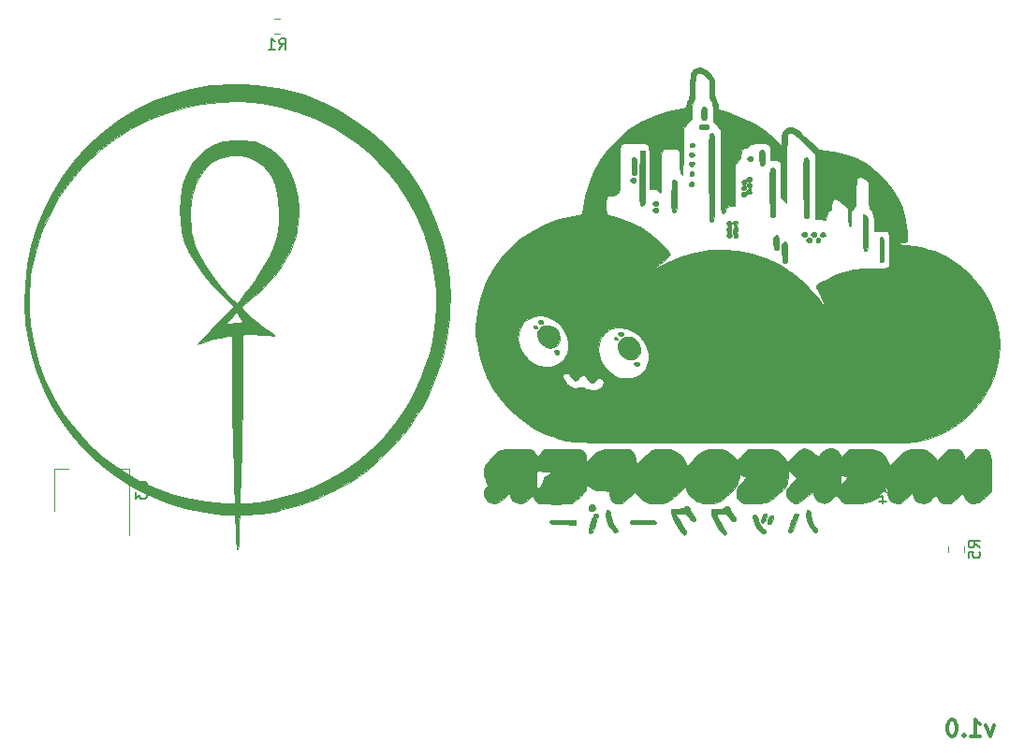
<source format=gbr>
G04 #@! TF.GenerationSoftware,KiCad,Pcbnew,5.0.2-bee76a0~70~ubuntu18.04.1*
G04 #@! TF.CreationDate,2019-08-23T13:18:47-04:00*
G04 #@! TF.ProjectId,board,626f6172-642e-46b6-9963-61645f706362,rev?*
G04 #@! TF.SameCoordinates,Original*
G04 #@! TF.FileFunction,Legend,Bot*
G04 #@! TF.FilePolarity,Positive*
%FSLAX46Y46*%
G04 Gerber Fmt 4.6, Leading zero omitted, Abs format (unit mm)*
G04 Created by KiCad (PCBNEW 5.0.2-bee76a0~70~ubuntu18.04.1) date Fri 23 Aug 2019 01:18:47 PM EDT*
%MOMM*%
%LPD*%
G01*
G04 APERTURE LIST*
%ADD10C,0.300000*%
%ADD11C,0.120000*%
%ADD12C,0.010000*%
%ADD13C,0.150000*%
G04 APERTURE END LIST*
D10*
X158733857Y-142147171D02*
X158376714Y-143147171D01*
X158019571Y-142147171D01*
X156662428Y-143147171D02*
X157519571Y-143147171D01*
X157091000Y-143147171D02*
X157091000Y-141647171D01*
X157233857Y-141861457D01*
X157376714Y-142004314D01*
X157519571Y-142075742D01*
X156019571Y-143004314D02*
X155948142Y-143075742D01*
X156019571Y-143147171D01*
X156091000Y-143075742D01*
X156019571Y-143004314D01*
X156019571Y-143147171D01*
X155019571Y-141647171D02*
X154876714Y-141647171D01*
X154733857Y-141718600D01*
X154662428Y-141790028D01*
X154591000Y-141932885D01*
X154519571Y-142218600D01*
X154519571Y-142575742D01*
X154591000Y-142861457D01*
X154662428Y-143004314D01*
X154733857Y-143075742D01*
X154876714Y-143147171D01*
X155019571Y-143147171D01*
X155162428Y-143075742D01*
X155233857Y-143004314D01*
X155305285Y-142861457D01*
X155376714Y-142575742D01*
X155376714Y-142218600D01*
X155305285Y-141932885D01*
X155233857Y-141790028D01*
X155162428Y-141718600D01*
X155019571Y-141647171D01*
D11*
G04 #@! TO.C,R1*
X93658948Y-78182400D02*
X94181452Y-78182400D01*
X93658948Y-79602400D02*
X94181452Y-79602400D01*
G04 #@! TO.C,R4*
X149505600Y-120931148D02*
X149505600Y-121453652D01*
X150925600Y-120931148D02*
X150925600Y-121453652D01*
G04 #@! TO.C,R5*
X156056400Y-126490252D02*
X156056400Y-125967748D01*
X154636400Y-126490252D02*
X154636400Y-125967748D01*
G04 #@! TO.C,U3*
X73729800Y-118943200D02*
X74989800Y-118943200D01*
X80549800Y-118943200D02*
X79289800Y-118943200D01*
X73729800Y-122703200D02*
X73729800Y-118943200D01*
X80549800Y-124953200D02*
X80549800Y-118943200D01*
D12*
G04 #@! TO.C,G\002A\002A\002A*
G36*
X88401436Y-84195878D02*
X87864564Y-84255272D01*
X86073740Y-84575785D01*
X84340891Y-85051042D01*
X82674389Y-85677407D01*
X81082608Y-86451244D01*
X79573922Y-87368916D01*
X78156704Y-88426789D01*
X78045734Y-88518867D01*
X76730798Y-89726792D01*
X75543314Y-91039395D01*
X74486705Y-92446071D01*
X73564391Y-93936216D01*
X72779795Y-95499223D01*
X72136339Y-97124490D01*
X71637445Y-98801409D01*
X71286533Y-100519376D01*
X71087028Y-102267787D01*
X71042349Y-104036036D01*
X71155920Y-105813517D01*
X71431162Y-107589627D01*
X71620235Y-108432600D01*
X72128276Y-110146714D01*
X72781917Y-111785074D01*
X73573003Y-113340867D01*
X74493380Y-114807282D01*
X75534893Y-116177507D01*
X76689387Y-117444731D01*
X77948710Y-118602142D01*
X79304705Y-119642929D01*
X80749219Y-120560280D01*
X82274097Y-121347383D01*
X83871185Y-121997427D01*
X85532328Y-122503601D01*
X87249372Y-122859093D01*
X89014162Y-123057091D01*
X89137067Y-123064746D01*
X90110734Y-123122266D01*
X90163667Y-124646266D01*
X90181154Y-125134810D01*
X90197390Y-125560795D01*
X90211259Y-125897029D01*
X90221642Y-126116320D01*
X90227167Y-126191433D01*
X90304790Y-126212148D01*
X90322400Y-126212600D01*
X90362528Y-126132462D01*
X90391290Y-125909739D01*
X90405849Y-125570963D01*
X90407067Y-125421273D01*
X90413968Y-124941488D01*
X90432189Y-124403880D01*
X90458006Y-123914472D01*
X90462079Y-123854940D01*
X90517090Y-123079933D01*
X90994463Y-123079933D01*
X91366926Y-123064590D01*
X91858063Y-123022465D01*
X92420387Y-122959415D01*
X93006416Y-122881299D01*
X93568663Y-122793972D01*
X94059643Y-122703294D01*
X94077081Y-122699690D01*
X95810602Y-122255178D01*
X97487542Y-121656632D01*
X99097029Y-120910992D01*
X100628192Y-120025197D01*
X102070158Y-119006186D01*
X103412055Y-117860900D01*
X104643012Y-116596278D01*
X105713138Y-115272505D01*
X106165879Y-114640219D01*
X106550071Y-114061160D01*
X106897767Y-113482008D01*
X107241017Y-112849441D01*
X107602333Y-112129689D01*
X108304853Y-110500007D01*
X108850945Y-108814528D01*
X109239551Y-107084789D01*
X109469614Y-105322327D01*
X109503832Y-104456131D01*
X108266763Y-104456131D01*
X108122384Y-106197668D01*
X107922290Y-107416600D01*
X107664338Y-108484432D01*
X107305649Y-109621301D01*
X106865956Y-110777245D01*
X106364994Y-111902301D01*
X105822496Y-112946508D01*
X105564640Y-113385600D01*
X104658783Y-114711696D01*
X103610696Y-115974740D01*
X102441906Y-117154779D01*
X101173940Y-118231856D01*
X99828325Y-119186016D01*
X98438818Y-119990996D01*
X97276012Y-120535223D01*
X96036255Y-121012680D01*
X94757580Y-121412969D01*
X93478021Y-121725690D01*
X92235611Y-121940445D01*
X91068385Y-122046837D01*
X90897005Y-122052949D01*
X90497944Y-122063933D01*
X90539378Y-121111433D01*
X90577086Y-120144774D01*
X90612578Y-119041584D01*
X90645218Y-117834660D01*
X90674372Y-116556797D01*
X90699403Y-115240791D01*
X90719678Y-113919437D01*
X90734560Y-112625532D01*
X90743415Y-111391870D01*
X90745734Y-110455408D01*
X90745734Y-106827159D01*
X90975540Y-106769481D01*
X91140936Y-106754669D01*
X91437656Y-106753520D01*
X91828305Y-106765254D01*
X92275491Y-106789088D01*
X92436040Y-106799973D01*
X92871490Y-106830398D01*
X93241133Y-106854759D01*
X93514922Y-106871191D01*
X93662814Y-106877828D01*
X93680220Y-106877204D01*
X93620325Y-106827474D01*
X93446873Y-106699122D01*
X93185124Y-106510499D01*
X92860336Y-106279957D01*
X92791220Y-106231266D01*
X92413857Y-105951668D01*
X92076704Y-105680933D01*
X90821136Y-105680933D01*
X90423602Y-105731131D01*
X90079657Y-105766549D01*
X89725335Y-105791420D01*
X89651475Y-105794631D01*
X89276883Y-105807933D01*
X89443711Y-105617433D01*
X89596487Y-105442588D01*
X89801641Y-105207328D01*
X89919987Y-105071447D01*
X90229437Y-104715962D01*
X90525287Y-105198447D01*
X90821136Y-105680933D01*
X92076704Y-105680933D01*
X92023216Y-105637982D01*
X91642275Y-105311498D01*
X91294014Y-104993509D01*
X91001410Y-104705306D01*
X90787443Y-104468181D01*
X90675092Y-104303426D01*
X90663749Y-104259992D01*
X90731182Y-104167930D01*
X90907859Y-104015081D01*
X91159405Y-103830370D01*
X91235249Y-103779087D01*
X91630155Y-103482563D01*
X92091143Y-103081320D01*
X92585714Y-102608318D01*
X93081366Y-102096519D01*
X93545601Y-101578882D01*
X93945920Y-101088367D01*
X94116835Y-100856666D01*
X94611693Y-100089500D01*
X95037668Y-99299000D01*
X95372852Y-98529598D01*
X95578861Y-97891600D01*
X95693581Y-97304415D01*
X95771345Y-96608431D01*
X95803370Y-95994223D01*
X94046622Y-95994223D01*
X94031345Y-96728917D01*
X93977262Y-97351167D01*
X93874176Y-97915426D01*
X93711892Y-98476149D01*
X93480215Y-99087791D01*
X93456847Y-99144231D01*
X93183916Y-99724611D01*
X92819287Y-100389386D01*
X92387997Y-101100287D01*
X91915083Y-101819045D01*
X91425582Y-102507390D01*
X90944532Y-103127053D01*
X90559437Y-103572862D01*
X90214339Y-103947250D01*
X89822390Y-103586425D01*
X89597975Y-103365423D01*
X89309548Y-103061100D01*
X89001081Y-102720569D01*
X88813923Y-102505933D01*
X88025701Y-101510003D01*
X87350277Y-100498877D01*
X86800475Y-99494721D01*
X86389116Y-98519699D01*
X86242441Y-98060933D01*
X86137139Y-97546945D01*
X86070707Y-96917561D01*
X86043086Y-96222185D01*
X86054219Y-95510219D01*
X86104048Y-94831066D01*
X86192515Y-94234129D01*
X86247183Y-93996933D01*
X86551070Y-93098466D01*
X86947257Y-92327906D01*
X87430194Y-91690627D01*
X87994330Y-91192003D01*
X88634114Y-90837409D01*
X89343995Y-90632219D01*
X89771648Y-90584493D01*
X90625427Y-90605695D01*
X91382850Y-90765560D01*
X92047768Y-91066250D01*
X92624033Y-91509927D01*
X93115495Y-92098752D01*
X93432136Y-92639657D01*
X93689141Y-93250872D01*
X93873258Y-93932634D01*
X93989312Y-94711288D01*
X94042128Y-95613177D01*
X94046622Y-95994223D01*
X95803370Y-95994223D01*
X95810343Y-95860493D01*
X95808766Y-95117447D01*
X95764804Y-94436140D01*
X95702768Y-93999017D01*
X95445280Y-92999578D01*
X95072730Y-92091910D01*
X94594323Y-91287240D01*
X94019267Y-90596797D01*
X93356766Y-90031809D01*
X92616028Y-89603505D01*
X91885216Y-89342907D01*
X91483240Y-89271546D01*
X90971088Y-89228544D01*
X90404450Y-89213968D01*
X89839017Y-89227885D01*
X89330479Y-89270363D01*
X88942604Y-89339342D01*
X88142204Y-89633414D01*
X87407687Y-90074511D01*
X86752793Y-90648557D01*
X86191264Y-91341471D01*
X85736841Y-92139175D01*
X85429714Y-92938600D01*
X85244094Y-93733034D01*
X85132115Y-94628218D01*
X85095477Y-95571609D01*
X85135885Y-96510664D01*
X85255041Y-97392841D01*
X85281155Y-97523428D01*
X85544496Y-98453154D01*
X85947695Y-99389536D01*
X86495710Y-100340425D01*
X87193496Y-101313675D01*
X88046008Y-102317138D01*
X88809224Y-103113563D01*
X89970408Y-104271527D01*
X88320661Y-105937431D01*
X87892311Y-106372174D01*
X87507591Y-106766866D01*
X87181367Y-107105912D01*
X86928505Y-107373715D01*
X86763874Y-107554679D01*
X86702339Y-107633207D01*
X86702537Y-107634958D01*
X86792202Y-107625066D01*
X86989331Y-107566010D01*
X87161920Y-107504045D01*
X87602882Y-107355856D01*
X88134639Y-107205808D01*
X88685129Y-107072156D01*
X89182291Y-106973157D01*
X89369900Y-106944712D01*
X89814400Y-106886784D01*
X89814541Y-110136192D01*
X89817052Y-111011492D01*
X89824102Y-111963124D01*
X89835075Y-112946585D01*
X89849355Y-113917373D01*
X89866325Y-114830984D01*
X89885369Y-115642917D01*
X89895890Y-116010266D01*
X89919415Y-116769719D01*
X89944313Y-117571953D01*
X89969260Y-118374414D01*
X89992933Y-119134548D01*
X90014006Y-119809799D01*
X90030900Y-120349433D01*
X90084702Y-122063933D01*
X89361221Y-122063933D01*
X88178212Y-122004322D01*
X86914386Y-121831521D01*
X85606110Y-121554576D01*
X84289750Y-121182533D01*
X83001674Y-120724439D01*
X81778247Y-120189341D01*
X81728734Y-120165275D01*
X80418824Y-119465000D01*
X79215040Y-118688598D01*
X78075539Y-117806247D01*
X76958478Y-116788123D01*
X76874613Y-116705633D01*
X75667704Y-115397060D01*
X74605894Y-114002574D01*
X73691685Y-112527382D01*
X72927580Y-110976691D01*
X72316082Y-109355710D01*
X71859694Y-107669644D01*
X71560918Y-105923702D01*
X71519961Y-105564586D01*
X71477419Y-104977477D01*
X71457844Y-104287724D01*
X71459927Y-103541162D01*
X71482361Y-102783627D01*
X71523837Y-102060955D01*
X71583047Y-101418983D01*
X71651957Y-100939600D01*
X72052495Y-99172865D01*
X72593526Y-97499839D01*
X73276750Y-95917222D01*
X74103867Y-94421716D01*
X75076579Y-93010021D01*
X76196586Y-91678838D01*
X76691067Y-91163286D01*
X77928628Y-90034292D01*
X79274137Y-89020223D01*
X80711251Y-88127502D01*
X82223624Y-87362554D01*
X83794912Y-86731802D01*
X85408769Y-86241669D01*
X87048852Y-85898581D01*
X88698814Y-85708959D01*
X90342311Y-85679228D01*
X90616596Y-85690375D01*
X92416494Y-85856281D01*
X94147046Y-86174614D01*
X95815288Y-86647935D01*
X97428254Y-87278808D01*
X98992980Y-88069795D01*
X100516501Y-89023459D01*
X101282988Y-89575618D01*
X101745728Y-89952698D01*
X102275746Y-90431797D01*
X102839666Y-90978763D01*
X103404112Y-91559442D01*
X103935709Y-92139683D01*
X104401082Y-92685334D01*
X104707656Y-93079986D01*
X105694134Y-94566213D01*
X106524026Y-96111051D01*
X107195676Y-97707121D01*
X107707429Y-99347044D01*
X108057631Y-101023439D01*
X108244628Y-102728928D01*
X108266763Y-104456131D01*
X109503832Y-104456131D01*
X109540076Y-103538679D01*
X109449879Y-101745382D01*
X109197965Y-99953973D01*
X108856948Y-98445315D01*
X108326906Y-96775176D01*
X107647934Y-95170387D01*
X106829108Y-93639650D01*
X105879504Y-92191667D01*
X104808199Y-90835141D01*
X103624268Y-89578771D01*
X102336787Y-88431261D01*
X100954832Y-87401312D01*
X99487480Y-86497625D01*
X97943806Y-85728903D01*
X96332885Y-85103847D01*
X94663796Y-84631158D01*
X94383056Y-84568331D01*
X93231533Y-84362476D01*
X92007851Y-84219913D01*
X90761767Y-84143033D01*
X89543043Y-84134224D01*
X88401436Y-84195878D01*
X88401436Y-84195878D01*
G37*
X88401436Y-84195878D02*
X87864564Y-84255272D01*
X86073740Y-84575785D01*
X84340891Y-85051042D01*
X82674389Y-85677407D01*
X81082608Y-86451244D01*
X79573922Y-87368916D01*
X78156704Y-88426789D01*
X78045734Y-88518867D01*
X76730798Y-89726792D01*
X75543314Y-91039395D01*
X74486705Y-92446071D01*
X73564391Y-93936216D01*
X72779795Y-95499223D01*
X72136339Y-97124490D01*
X71637445Y-98801409D01*
X71286533Y-100519376D01*
X71087028Y-102267787D01*
X71042349Y-104036036D01*
X71155920Y-105813517D01*
X71431162Y-107589627D01*
X71620235Y-108432600D01*
X72128276Y-110146714D01*
X72781917Y-111785074D01*
X73573003Y-113340867D01*
X74493380Y-114807282D01*
X75534893Y-116177507D01*
X76689387Y-117444731D01*
X77948710Y-118602142D01*
X79304705Y-119642929D01*
X80749219Y-120560280D01*
X82274097Y-121347383D01*
X83871185Y-121997427D01*
X85532328Y-122503601D01*
X87249372Y-122859093D01*
X89014162Y-123057091D01*
X89137067Y-123064746D01*
X90110734Y-123122266D01*
X90163667Y-124646266D01*
X90181154Y-125134810D01*
X90197390Y-125560795D01*
X90211259Y-125897029D01*
X90221642Y-126116320D01*
X90227167Y-126191433D01*
X90304790Y-126212148D01*
X90322400Y-126212600D01*
X90362528Y-126132462D01*
X90391290Y-125909739D01*
X90405849Y-125570963D01*
X90407067Y-125421273D01*
X90413968Y-124941488D01*
X90432189Y-124403880D01*
X90458006Y-123914472D01*
X90462079Y-123854940D01*
X90517090Y-123079933D01*
X90994463Y-123079933D01*
X91366926Y-123064590D01*
X91858063Y-123022465D01*
X92420387Y-122959415D01*
X93006416Y-122881299D01*
X93568663Y-122793972D01*
X94059643Y-122703294D01*
X94077081Y-122699690D01*
X95810602Y-122255178D01*
X97487542Y-121656632D01*
X99097029Y-120910992D01*
X100628192Y-120025197D01*
X102070158Y-119006186D01*
X103412055Y-117860900D01*
X104643012Y-116596278D01*
X105713138Y-115272505D01*
X106165879Y-114640219D01*
X106550071Y-114061160D01*
X106897767Y-113482008D01*
X107241017Y-112849441D01*
X107602333Y-112129689D01*
X108304853Y-110500007D01*
X108850945Y-108814528D01*
X109239551Y-107084789D01*
X109469614Y-105322327D01*
X109503832Y-104456131D01*
X108266763Y-104456131D01*
X108122384Y-106197668D01*
X107922290Y-107416600D01*
X107664338Y-108484432D01*
X107305649Y-109621301D01*
X106865956Y-110777245D01*
X106364994Y-111902301D01*
X105822496Y-112946508D01*
X105564640Y-113385600D01*
X104658783Y-114711696D01*
X103610696Y-115974740D01*
X102441906Y-117154779D01*
X101173940Y-118231856D01*
X99828325Y-119186016D01*
X98438818Y-119990996D01*
X97276012Y-120535223D01*
X96036255Y-121012680D01*
X94757580Y-121412969D01*
X93478021Y-121725690D01*
X92235611Y-121940445D01*
X91068385Y-122046837D01*
X90897005Y-122052949D01*
X90497944Y-122063933D01*
X90539378Y-121111433D01*
X90577086Y-120144774D01*
X90612578Y-119041584D01*
X90645218Y-117834660D01*
X90674372Y-116556797D01*
X90699403Y-115240791D01*
X90719678Y-113919437D01*
X90734560Y-112625532D01*
X90743415Y-111391870D01*
X90745734Y-110455408D01*
X90745734Y-106827159D01*
X90975540Y-106769481D01*
X91140936Y-106754669D01*
X91437656Y-106753520D01*
X91828305Y-106765254D01*
X92275491Y-106789088D01*
X92436040Y-106799973D01*
X92871490Y-106830398D01*
X93241133Y-106854759D01*
X93514922Y-106871191D01*
X93662814Y-106877828D01*
X93680220Y-106877204D01*
X93620325Y-106827474D01*
X93446873Y-106699122D01*
X93185124Y-106510499D01*
X92860336Y-106279957D01*
X92791220Y-106231266D01*
X92413857Y-105951668D01*
X92076704Y-105680933D01*
X90821136Y-105680933D01*
X90423602Y-105731131D01*
X90079657Y-105766549D01*
X89725335Y-105791420D01*
X89651475Y-105794631D01*
X89276883Y-105807933D01*
X89443711Y-105617433D01*
X89596487Y-105442588D01*
X89801641Y-105207328D01*
X89919987Y-105071447D01*
X90229437Y-104715962D01*
X90525287Y-105198447D01*
X90821136Y-105680933D01*
X92076704Y-105680933D01*
X92023216Y-105637982D01*
X91642275Y-105311498D01*
X91294014Y-104993509D01*
X91001410Y-104705306D01*
X90787443Y-104468181D01*
X90675092Y-104303426D01*
X90663749Y-104259992D01*
X90731182Y-104167930D01*
X90907859Y-104015081D01*
X91159405Y-103830370D01*
X91235249Y-103779087D01*
X91630155Y-103482563D01*
X92091143Y-103081320D01*
X92585714Y-102608318D01*
X93081366Y-102096519D01*
X93545601Y-101578882D01*
X93945920Y-101088367D01*
X94116835Y-100856666D01*
X94611693Y-100089500D01*
X95037668Y-99299000D01*
X95372852Y-98529598D01*
X95578861Y-97891600D01*
X95693581Y-97304415D01*
X95771345Y-96608431D01*
X95803370Y-95994223D01*
X94046622Y-95994223D01*
X94031345Y-96728917D01*
X93977262Y-97351167D01*
X93874176Y-97915426D01*
X93711892Y-98476149D01*
X93480215Y-99087791D01*
X93456847Y-99144231D01*
X93183916Y-99724611D01*
X92819287Y-100389386D01*
X92387997Y-101100287D01*
X91915083Y-101819045D01*
X91425582Y-102507390D01*
X90944532Y-103127053D01*
X90559437Y-103572862D01*
X90214339Y-103947250D01*
X89822390Y-103586425D01*
X89597975Y-103365423D01*
X89309548Y-103061100D01*
X89001081Y-102720569D01*
X88813923Y-102505933D01*
X88025701Y-101510003D01*
X87350277Y-100498877D01*
X86800475Y-99494721D01*
X86389116Y-98519699D01*
X86242441Y-98060933D01*
X86137139Y-97546945D01*
X86070707Y-96917561D01*
X86043086Y-96222185D01*
X86054219Y-95510219D01*
X86104048Y-94831066D01*
X86192515Y-94234129D01*
X86247183Y-93996933D01*
X86551070Y-93098466D01*
X86947257Y-92327906D01*
X87430194Y-91690627D01*
X87994330Y-91192003D01*
X88634114Y-90837409D01*
X89343995Y-90632219D01*
X89771648Y-90584493D01*
X90625427Y-90605695D01*
X91382850Y-90765560D01*
X92047768Y-91066250D01*
X92624033Y-91509927D01*
X93115495Y-92098752D01*
X93432136Y-92639657D01*
X93689141Y-93250872D01*
X93873258Y-93932634D01*
X93989312Y-94711288D01*
X94042128Y-95613177D01*
X94046622Y-95994223D01*
X95803370Y-95994223D01*
X95810343Y-95860493D01*
X95808766Y-95117447D01*
X95764804Y-94436140D01*
X95702768Y-93999017D01*
X95445280Y-92999578D01*
X95072730Y-92091910D01*
X94594323Y-91287240D01*
X94019267Y-90596797D01*
X93356766Y-90031809D01*
X92616028Y-89603505D01*
X91885216Y-89342907D01*
X91483240Y-89271546D01*
X90971088Y-89228544D01*
X90404450Y-89213968D01*
X89839017Y-89227885D01*
X89330479Y-89270363D01*
X88942604Y-89339342D01*
X88142204Y-89633414D01*
X87407687Y-90074511D01*
X86752793Y-90648557D01*
X86191264Y-91341471D01*
X85736841Y-92139175D01*
X85429714Y-92938600D01*
X85244094Y-93733034D01*
X85132115Y-94628218D01*
X85095477Y-95571609D01*
X85135885Y-96510664D01*
X85255041Y-97392841D01*
X85281155Y-97523428D01*
X85544496Y-98453154D01*
X85947695Y-99389536D01*
X86495710Y-100340425D01*
X87193496Y-101313675D01*
X88046008Y-102317138D01*
X88809224Y-103113563D01*
X89970408Y-104271527D01*
X88320661Y-105937431D01*
X87892311Y-106372174D01*
X87507591Y-106766866D01*
X87181367Y-107105912D01*
X86928505Y-107373715D01*
X86763874Y-107554679D01*
X86702339Y-107633207D01*
X86702537Y-107634958D01*
X86792202Y-107625066D01*
X86989331Y-107566010D01*
X87161920Y-107504045D01*
X87602882Y-107355856D01*
X88134639Y-107205808D01*
X88685129Y-107072156D01*
X89182291Y-106973157D01*
X89369900Y-106944712D01*
X89814400Y-106886784D01*
X89814541Y-110136192D01*
X89817052Y-111011492D01*
X89824102Y-111963124D01*
X89835075Y-112946585D01*
X89849355Y-113917373D01*
X89866325Y-114830984D01*
X89885369Y-115642917D01*
X89895890Y-116010266D01*
X89919415Y-116769719D01*
X89944313Y-117571953D01*
X89969260Y-118374414D01*
X89992933Y-119134548D01*
X90014006Y-119809799D01*
X90030900Y-120349433D01*
X90084702Y-122063933D01*
X89361221Y-122063933D01*
X88178212Y-122004322D01*
X86914386Y-121831521D01*
X85606110Y-121554576D01*
X84289750Y-121182533D01*
X83001674Y-120724439D01*
X81778247Y-120189341D01*
X81728734Y-120165275D01*
X80418824Y-119465000D01*
X79215040Y-118688598D01*
X78075539Y-117806247D01*
X76958478Y-116788123D01*
X76874613Y-116705633D01*
X75667704Y-115397060D01*
X74605894Y-114002574D01*
X73691685Y-112527382D01*
X72927580Y-110976691D01*
X72316082Y-109355710D01*
X71859694Y-107669644D01*
X71560918Y-105923702D01*
X71519961Y-105564586D01*
X71477419Y-104977477D01*
X71457844Y-104287724D01*
X71459927Y-103541162D01*
X71482361Y-102783627D01*
X71523837Y-102060955D01*
X71583047Y-101418983D01*
X71651957Y-100939600D01*
X72052495Y-99172865D01*
X72593526Y-97499839D01*
X73276750Y-95917222D01*
X74103867Y-94421716D01*
X75076579Y-93010021D01*
X76196586Y-91678838D01*
X76691067Y-91163286D01*
X77928628Y-90034292D01*
X79274137Y-89020223D01*
X80711251Y-88127502D01*
X82223624Y-87362554D01*
X83794912Y-86731802D01*
X85408769Y-86241669D01*
X87048852Y-85898581D01*
X88698814Y-85708959D01*
X90342311Y-85679228D01*
X90616596Y-85690375D01*
X92416494Y-85856281D01*
X94147046Y-86174614D01*
X95815288Y-86647935D01*
X97428254Y-87278808D01*
X98992980Y-88069795D01*
X100516501Y-89023459D01*
X101282988Y-89575618D01*
X101745728Y-89952698D01*
X102275746Y-90431797D01*
X102839666Y-90978763D01*
X103404112Y-91559442D01*
X103935709Y-92139683D01*
X104401082Y-92685334D01*
X104707656Y-93079986D01*
X105694134Y-94566213D01*
X106524026Y-96111051D01*
X107195676Y-97707121D01*
X107707429Y-99347044D01*
X108057631Y-101023439D01*
X108244628Y-102728928D01*
X108266763Y-104456131D01*
X109503832Y-104456131D01*
X109540076Y-103538679D01*
X109449879Y-101745382D01*
X109197965Y-99953973D01*
X108856948Y-98445315D01*
X108326906Y-96775176D01*
X107647934Y-95170387D01*
X106829108Y-93639650D01*
X105879504Y-92191667D01*
X104808199Y-90835141D01*
X103624268Y-89578771D01*
X102336787Y-88431261D01*
X100954832Y-87401312D01*
X99487480Y-86497625D01*
X97943806Y-85728903D01*
X96332885Y-85103847D01*
X94663796Y-84631158D01*
X94383056Y-84568331D01*
X93231533Y-84362476D01*
X92007851Y-84219913D01*
X90761767Y-84143033D01*
X89543043Y-84134224D01*
X88401436Y-84195878D01*
G36*
X132406146Y-86164127D02*
X132308915Y-86305586D01*
X132264273Y-86586477D01*
X132259097Y-86770633D01*
X132288265Y-87101124D01*
X132369502Y-87313965D01*
X132489917Y-87393329D01*
X132636619Y-87323385D01*
X132675205Y-87281543D01*
X132730135Y-87123270D01*
X132752681Y-86849181D01*
X132749072Y-86668533D01*
X132724331Y-86380587D01*
X132678802Y-86222292D01*
X132598526Y-86154106D01*
X132564279Y-86145058D01*
X132406146Y-86164127D01*
X132406146Y-86164127D01*
G37*
X132406146Y-86164127D02*
X132308915Y-86305586D01*
X132264273Y-86586477D01*
X132259097Y-86770633D01*
X132288265Y-87101124D01*
X132369502Y-87313965D01*
X132489917Y-87393329D01*
X132636619Y-87323385D01*
X132675205Y-87281543D01*
X132730135Y-87123270D01*
X132752681Y-86849181D01*
X132749072Y-86668533D01*
X132724331Y-86380587D01*
X132678802Y-86222292D01*
X132598526Y-86154106D01*
X132564279Y-86145058D01*
X132406146Y-86164127D01*
G36*
X132449164Y-87756559D02*
X132204944Y-87780984D01*
X132086013Y-87830332D01*
X132048328Y-87930554D01*
X132046134Y-87994066D01*
X132062827Y-88123398D01*
X132142269Y-88190953D01*
X132328500Y-88222685D01*
X132449164Y-88231574D01*
X132718037Y-88232542D01*
X132860406Y-88185280D01*
X132902722Y-88125740D01*
X132932495Y-87916835D01*
X132823638Y-87793985D01*
X132570639Y-87752705D01*
X132449164Y-87756559D01*
X132449164Y-87756559D01*
G37*
X132449164Y-87756559D02*
X132204944Y-87780984D01*
X132086013Y-87830332D01*
X132048328Y-87930554D01*
X132046134Y-87994066D01*
X132062827Y-88123398D01*
X132142269Y-88190953D01*
X132328500Y-88222685D01*
X132449164Y-88231574D01*
X132718037Y-88232542D01*
X132860406Y-88185280D01*
X132902722Y-88125740D01*
X132932495Y-87916835D01*
X132823638Y-87793985D01*
X132570639Y-87752705D01*
X132449164Y-87756559D01*
G36*
X131282124Y-89489637D02*
X131200530Y-89626377D01*
X131199467Y-89646226D01*
X131263660Y-89788304D01*
X131406530Y-89845076D01*
X131553516Y-89803289D01*
X131614800Y-89720052D01*
X131624981Y-89558744D01*
X131592236Y-89495968D01*
X131438634Y-89436243D01*
X131282124Y-89489637D01*
X131282124Y-89489637D01*
G37*
X131282124Y-89489637D02*
X131200530Y-89626377D01*
X131199467Y-89646226D01*
X131263660Y-89788304D01*
X131406530Y-89845076D01*
X131553516Y-89803289D01*
X131614800Y-89720052D01*
X131624981Y-89558744D01*
X131592236Y-89495968D01*
X131438634Y-89436243D01*
X131282124Y-89489637D01*
G36*
X131235785Y-90343797D02*
X131176482Y-90491611D01*
X131245661Y-90658446D01*
X131255241Y-90668459D01*
X131378965Y-90745523D01*
X131516808Y-90687066D01*
X131525427Y-90680827D01*
X131623894Y-90531344D01*
X131592767Y-90377008D01*
X131453270Y-90285323D01*
X131399418Y-90280066D01*
X131235785Y-90343797D01*
X131235785Y-90343797D01*
G37*
X131235785Y-90343797D02*
X131176482Y-90491611D01*
X131245661Y-90658446D01*
X131255241Y-90668459D01*
X131378965Y-90745523D01*
X131516808Y-90687066D01*
X131525427Y-90680827D01*
X131623894Y-90531344D01*
X131592767Y-90377008D01*
X131453270Y-90285323D01*
X131399418Y-90280066D01*
X131235785Y-90343797D01*
G36*
X136620592Y-90659590D02*
X136513008Y-90729906D01*
X136425795Y-90858244D01*
X136475790Y-90980898D01*
X136487607Y-90995484D01*
X136604933Y-91103799D01*
X136735049Y-91098121D01*
X136808634Y-91070660D01*
X136900549Y-90959339D01*
X136900250Y-90795227D01*
X136813329Y-90663764D01*
X136780902Y-90646831D01*
X136620592Y-90659590D01*
X136620592Y-90659590D01*
G37*
X136620592Y-90659590D02*
X136513008Y-90729906D01*
X136425795Y-90858244D01*
X136475790Y-90980898D01*
X136487607Y-90995484D01*
X136604933Y-91103799D01*
X136735049Y-91098121D01*
X136808634Y-91070660D01*
X136900549Y-90959339D01*
X136900250Y-90795227D01*
X136813329Y-90663764D01*
X136780902Y-90646831D01*
X136620592Y-90659590D01*
G36*
X137631766Y-90057592D02*
X137563721Y-90163073D01*
X137523603Y-90384008D01*
X137509889Y-90672129D01*
X137521055Y-90979170D01*
X137555580Y-91256861D01*
X137611941Y-91456935D01*
X137678229Y-91530434D01*
X137845766Y-91497563D01*
X137911063Y-91450937D01*
X137969583Y-91306701D01*
X138006177Y-91037637D01*
X138015134Y-90781500D01*
X137987807Y-90377717D01*
X137904458Y-90130564D01*
X137763036Y-90036167D01*
X137631766Y-90057592D01*
X137631766Y-90057592D01*
G37*
X137631766Y-90057592D02*
X137563721Y-90163073D01*
X137523603Y-90384008D01*
X137509889Y-90672129D01*
X137521055Y-90979170D01*
X137555580Y-91256861D01*
X137611941Y-91456935D01*
X137678229Y-91530434D01*
X137845766Y-91497563D01*
X137911063Y-91450937D01*
X137969583Y-91306701D01*
X138006177Y-91037637D01*
X138015134Y-90781500D01*
X137987807Y-90377717D01*
X137904458Y-90130564D01*
X137763036Y-90036167D01*
X137631766Y-90057592D01*
G36*
X131235666Y-91189923D02*
X131177531Y-91337476D01*
X131247265Y-91506365D01*
X131260461Y-91520346D01*
X131374061Y-91601973D01*
X131479287Y-91552617D01*
X131522441Y-91511330D01*
X131613159Y-91341010D01*
X131570604Y-91194179D01*
X131412743Y-91127004D01*
X131399418Y-91126733D01*
X131235666Y-91189923D01*
X131235666Y-91189923D01*
G37*
X131235666Y-91189923D02*
X131177531Y-91337476D01*
X131247265Y-91506365D01*
X131260461Y-91520346D01*
X131374061Y-91601973D01*
X131479287Y-91552617D01*
X131522441Y-91511330D01*
X131613159Y-91341010D01*
X131570604Y-91194179D01*
X131412743Y-91127004D01*
X131399418Y-91126733D01*
X131235666Y-91189923D01*
G36*
X126034795Y-90748259D02*
X125987808Y-90827634D01*
X125962180Y-90987895D01*
X125951730Y-91261418D01*
X125950134Y-91551226D01*
X125952633Y-91925111D01*
X125964848Y-92162314D01*
X125993853Y-92295466D01*
X126046726Y-92357198D01*
X126129858Y-92380043D01*
X126302247Y-92343505D01*
X126362691Y-92267285D01*
X126394419Y-92094691D01*
X126410773Y-91820224D01*
X126412568Y-91498592D01*
X126400619Y-91184505D01*
X126375740Y-90932671D01*
X126340859Y-90800902D01*
X126206885Y-90719054D01*
X126109322Y-90717395D01*
X126034795Y-90748259D01*
X126034795Y-90748259D01*
G37*
X126034795Y-90748259D02*
X125987808Y-90827634D01*
X125962180Y-90987895D01*
X125951730Y-91261418D01*
X125950134Y-91551226D01*
X125952633Y-91925111D01*
X125964848Y-92162314D01*
X125993853Y-92295466D01*
X126046726Y-92357198D01*
X126129858Y-92380043D01*
X126302247Y-92343505D01*
X126362691Y-92267285D01*
X126394419Y-92094691D01*
X126410773Y-91820224D01*
X126412568Y-91498592D01*
X126400619Y-91184505D01*
X126375740Y-90932671D01*
X126340859Y-90800902D01*
X126206885Y-90719054D01*
X126109322Y-90717395D01*
X126034795Y-90748259D01*
G36*
X131225390Y-92090242D02*
X131199467Y-92227400D01*
X131251812Y-92392902D01*
X131369688Y-92471264D01*
X131494357Y-92439993D01*
X131547448Y-92360657D01*
X131566372Y-92163821D01*
X131485650Y-92022151D01*
X131347890Y-91989468D01*
X131225390Y-92090242D01*
X131225390Y-92090242D01*
G37*
X131225390Y-92090242D02*
X131199467Y-92227400D01*
X131251812Y-92392902D01*
X131369688Y-92471264D01*
X131494357Y-92439993D01*
X131547448Y-92360657D01*
X131566372Y-92163821D01*
X131485650Y-92022151D01*
X131347890Y-91989468D01*
X131225390Y-92090242D01*
G36*
X125981700Y-92625910D02*
X125907800Y-92693066D01*
X125845081Y-92828579D01*
X125907800Y-92947066D01*
X126053362Y-93054727D01*
X126132491Y-93074066D01*
X126264413Y-93005747D01*
X126300516Y-92947066D01*
X126316002Y-92755152D01*
X126236182Y-92607036D01*
X126132491Y-92566066D01*
X125981700Y-92625910D01*
X125981700Y-92625910D01*
G37*
X125981700Y-92625910D02*
X125907800Y-92693066D01*
X125845081Y-92828579D01*
X125907800Y-92947066D01*
X126053362Y-93054727D01*
X126132491Y-93074066D01*
X126264413Y-93005747D01*
X126300516Y-92947066D01*
X126316002Y-92755152D01*
X126236182Y-92607036D01*
X126132491Y-92566066D01*
X125981700Y-92625910D01*
G36*
X131288791Y-92966150D02*
X131178348Y-93088029D01*
X131170942Y-93210239D01*
X131260257Y-93351070D01*
X131409299Y-93404173D01*
X131521096Y-93359215D01*
X131579186Y-93210693D01*
X131547456Y-93044452D01*
X131466956Y-92963958D01*
X131288791Y-92966150D01*
X131288791Y-92966150D01*
G37*
X131288791Y-92966150D02*
X131178348Y-93088029D01*
X131170942Y-93210239D01*
X131260257Y-93351070D01*
X131409299Y-93404173D01*
X131521096Y-93359215D01*
X131579186Y-93210693D01*
X131547456Y-93044452D01*
X131466956Y-92963958D01*
X131288791Y-92966150D01*
G36*
X136521771Y-92525163D02*
X136414446Y-92615447D01*
X136244724Y-92742594D01*
X136111293Y-92777733D01*
X135968531Y-92841996D01*
X135905924Y-92983982D01*
X135947813Y-93127484D01*
X135988534Y-93162071D01*
X136042352Y-93241339D01*
X135961120Y-93361995D01*
X135948484Y-93374811D01*
X135851320Y-93499077D01*
X135882034Y-93598333D01*
X135928188Y-93648072D01*
X136087852Y-93729542D01*
X136188235Y-93723301D01*
X136295848Y-93609523D01*
X136314882Y-93441546D01*
X136239713Y-93306700D01*
X136215967Y-93292788D01*
X136153703Y-93237185D01*
X136215967Y-93194011D01*
X136313453Y-93075135D01*
X136321800Y-93024677D01*
X136373809Y-92916708D01*
X136481216Y-92931373D01*
X136533467Y-92989400D01*
X136531932Y-93067644D01*
X136505189Y-93074066D01*
X136400932Y-93138786D01*
X136377074Y-93284074D01*
X136443329Y-93436623D01*
X136455422Y-93449592D01*
X136530617Y-93555155D01*
X136491734Y-93659207D01*
X136406403Y-93751464D01*
X136260507Y-93863737D01*
X136161852Y-93884200D01*
X136033845Y-93885856D01*
X135911370Y-93989168D01*
X135851628Y-94134532D01*
X135860584Y-94198133D01*
X135976135Y-94318318D01*
X136138102Y-94333129D01*
X136269185Y-94244423D01*
X136293874Y-94187713D01*
X136379489Y-94072825D01*
X136538895Y-94070381D01*
X136726042Y-94044863D01*
X136814551Y-93918224D01*
X136772222Y-93744794D01*
X136749745Y-93714622D01*
X136694676Y-93576797D01*
X136756346Y-93426242D01*
X136817788Y-93264914D01*
X136747428Y-93118563D01*
X136740040Y-93109506D01*
X136666332Y-92986336D01*
X136721678Y-92927024D01*
X136723967Y-92926242D01*
X136815879Y-92823746D01*
X136816414Y-92664748D01*
X136732253Y-92530798D01*
X136689613Y-92506957D01*
X136521771Y-92525163D01*
X136521771Y-92525163D01*
G37*
X136521771Y-92525163D02*
X136414446Y-92615447D01*
X136244724Y-92742594D01*
X136111293Y-92777733D01*
X135968531Y-92841996D01*
X135905924Y-92983982D01*
X135947813Y-93127484D01*
X135988534Y-93162071D01*
X136042352Y-93241339D01*
X135961120Y-93361995D01*
X135948484Y-93374811D01*
X135851320Y-93499077D01*
X135882034Y-93598333D01*
X135928188Y-93648072D01*
X136087852Y-93729542D01*
X136188235Y-93723301D01*
X136295848Y-93609523D01*
X136314882Y-93441546D01*
X136239713Y-93306700D01*
X136215967Y-93292788D01*
X136153703Y-93237185D01*
X136215967Y-93194011D01*
X136313453Y-93075135D01*
X136321800Y-93024677D01*
X136373809Y-92916708D01*
X136481216Y-92931373D01*
X136533467Y-92989400D01*
X136531932Y-93067644D01*
X136505189Y-93074066D01*
X136400932Y-93138786D01*
X136377074Y-93284074D01*
X136443329Y-93436623D01*
X136455422Y-93449592D01*
X136530617Y-93555155D01*
X136491734Y-93659207D01*
X136406403Y-93751464D01*
X136260507Y-93863737D01*
X136161852Y-93884200D01*
X136033845Y-93885856D01*
X135911370Y-93989168D01*
X135851628Y-94134532D01*
X135860584Y-94198133D01*
X135976135Y-94318318D01*
X136138102Y-94333129D01*
X136269185Y-94244423D01*
X136293874Y-94187713D01*
X136379489Y-94072825D01*
X136538895Y-94070381D01*
X136726042Y-94044863D01*
X136814551Y-93918224D01*
X136772222Y-93744794D01*
X136749745Y-93714622D01*
X136694676Y-93576797D01*
X136756346Y-93426242D01*
X136817788Y-93264914D01*
X136747428Y-93118563D01*
X136740040Y-93109506D01*
X136666332Y-92986336D01*
X136721678Y-92927024D01*
X136723967Y-92926242D01*
X136815879Y-92823746D01*
X136816414Y-92664748D01*
X136732253Y-92530798D01*
X136689613Y-92506957D01*
X136521771Y-92525163D01*
G36*
X126689688Y-92575804D02*
X126684341Y-93307670D01*
X126683786Y-93887085D01*
X126688635Y-94330879D01*
X126699502Y-94655881D01*
X126716998Y-94878922D01*
X126741736Y-95016832D01*
X126774328Y-95086440D01*
X126781301Y-95093202D01*
X126920694Y-95141641D01*
X127037986Y-95083465D01*
X127079668Y-95039703D01*
X127112000Y-94964140D01*
X127135883Y-94837908D01*
X127152216Y-94642138D01*
X127161898Y-94357963D01*
X127165831Y-93966513D01*
X127164914Y-93448920D01*
X127160046Y-92786315D01*
X127158040Y-92566066D01*
X127135467Y-90153066D01*
X126712134Y-90153066D01*
X126689688Y-92575804D01*
X126689688Y-92575804D01*
G37*
X126689688Y-92575804D02*
X126684341Y-93307670D01*
X126683786Y-93887085D01*
X126688635Y-94330879D01*
X126699502Y-94655881D01*
X126716998Y-94878922D01*
X126741736Y-95016832D01*
X126774328Y-95086440D01*
X126781301Y-95093202D01*
X126920694Y-95141641D01*
X127037986Y-95083465D01*
X127079668Y-95039703D01*
X127112000Y-94964140D01*
X127135883Y-94837908D01*
X127152216Y-94642138D01*
X127161898Y-94357963D01*
X127165831Y-93966513D01*
X127164914Y-93448920D01*
X127160046Y-92786315D01*
X127158040Y-92566066D01*
X127135467Y-90153066D01*
X126712134Y-90153066D01*
X126689688Y-92575804D01*
G36*
X128048880Y-94740458D02*
X127953208Y-94802373D01*
X127872503Y-94927871D01*
X127933015Y-95055534D01*
X127936274Y-95059484D01*
X128105955Y-95178645D01*
X128271933Y-95161810D01*
X128306689Y-95134288D01*
X128364087Y-94977118D01*
X128312885Y-94807006D01*
X128221102Y-94731014D01*
X128048880Y-94740458D01*
X128048880Y-94740458D01*
G37*
X128048880Y-94740458D02*
X127953208Y-94802373D01*
X127872503Y-94927871D01*
X127933015Y-95055534D01*
X127936274Y-95059484D01*
X128105955Y-95178645D01*
X128271933Y-95161810D01*
X128306689Y-95134288D01*
X128364087Y-94977118D01*
X128312885Y-94807006D01*
X128221102Y-94731014D01*
X128048880Y-94740458D01*
G36*
X128069259Y-95316256D02*
X127961675Y-95386573D01*
X127874462Y-95514910D01*
X127924456Y-95637565D01*
X127936274Y-95652150D01*
X128053600Y-95760466D01*
X128183716Y-95754787D01*
X128257300Y-95727326D01*
X128349215Y-95616006D01*
X128348917Y-95451893D01*
X128261995Y-95320430D01*
X128229569Y-95303498D01*
X128069259Y-95316256D01*
X128069259Y-95316256D01*
G37*
X128069259Y-95316256D02*
X127961675Y-95386573D01*
X127874462Y-95514910D01*
X127924456Y-95637565D01*
X127936274Y-95652150D01*
X128053600Y-95760466D01*
X128183716Y-95754787D01*
X128257300Y-95727326D01*
X128349215Y-95616006D01*
X128348917Y-95451893D01*
X128261995Y-95320430D01*
X128229569Y-95303498D01*
X128069259Y-95316256D01*
G36*
X129690598Y-92772412D02*
X129647294Y-92831731D01*
X129616921Y-92951759D01*
X129596318Y-93156988D01*
X129582329Y-93471907D01*
X129571795Y-93921009D01*
X129567489Y-94164550D01*
X129562843Y-94772906D01*
X129572429Y-95219802D01*
X129596606Y-95512543D01*
X129635733Y-95658434D01*
X129641356Y-95666307D01*
X129774439Y-95774237D01*
X129904827Y-95727839D01*
X129954867Y-95681800D01*
X129990150Y-95564520D01*
X130018417Y-95314041D01*
X130039330Y-94966365D01*
X130052552Y-94557495D01*
X130057747Y-94123433D01*
X130054577Y-93700181D01*
X130042706Y-93323743D01*
X130021797Y-93030119D01*
X129991513Y-92855313D01*
X129981525Y-92832902D01*
X129847535Y-92751012D01*
X129749988Y-92749312D01*
X129690598Y-92772412D01*
X129690598Y-92772412D01*
G37*
X129690598Y-92772412D02*
X129647294Y-92831731D01*
X129616921Y-92951759D01*
X129596318Y-93156988D01*
X129582329Y-93471907D01*
X129571795Y-93921009D01*
X129567489Y-94164550D01*
X129562843Y-94772906D01*
X129572429Y-95219802D01*
X129596606Y-95512543D01*
X129635733Y-95658434D01*
X129641356Y-95666307D01*
X129774439Y-95774237D01*
X129904827Y-95727839D01*
X129954867Y-95681800D01*
X129990150Y-95564520D01*
X130018417Y-95314041D01*
X130039330Y-94966365D01*
X130052552Y-94557495D01*
X130057747Y-94123433D01*
X130054577Y-93700181D01*
X130042706Y-93323743D01*
X130021797Y-93030119D01*
X129991513Y-92855313D01*
X129981525Y-92832902D01*
X129847535Y-92751012D01*
X129749988Y-92749312D01*
X129690598Y-92772412D01*
G36*
X138564061Y-91720566D02*
X138524343Y-91774283D01*
X138494211Y-91873997D01*
X138472761Y-92039130D01*
X138459091Y-92289103D01*
X138452297Y-92643337D01*
X138451476Y-93121254D01*
X138455724Y-93742274D01*
X138458228Y-93995767D01*
X138465558Y-94656931D01*
X138473249Y-95168291D01*
X138483039Y-95549369D01*
X138496669Y-95819687D01*
X138515878Y-95998768D01*
X138542403Y-96106136D01*
X138577985Y-96161313D01*
X138624363Y-96183821D01*
X138653618Y-96189138D01*
X138821855Y-96183474D01*
X138886451Y-96153860D01*
X138902839Y-96056072D01*
X138917522Y-95812384D01*
X138929859Y-95446222D01*
X138939209Y-94981018D01*
X138944931Y-94440198D01*
X138946467Y-93959322D01*
X138945091Y-93286479D01*
X138940235Y-92763662D01*
X138930803Y-92371577D01*
X138915703Y-92090935D01*
X138893841Y-91902443D01*
X138864123Y-91786810D01*
X138825454Y-91724744D01*
X138819467Y-91719400D01*
X138684361Y-91656855D01*
X138564061Y-91720566D01*
X138564061Y-91720566D01*
G37*
X138564061Y-91720566D02*
X138524343Y-91774283D01*
X138494211Y-91873997D01*
X138472761Y-92039130D01*
X138459091Y-92289103D01*
X138452297Y-92643337D01*
X138451476Y-93121254D01*
X138455724Y-93742274D01*
X138458228Y-93995767D01*
X138465558Y-94656931D01*
X138473249Y-95168291D01*
X138483039Y-95549369D01*
X138496669Y-95819687D01*
X138515878Y-95998768D01*
X138542403Y-96106136D01*
X138577985Y-96161313D01*
X138624363Y-96183821D01*
X138653618Y-96189138D01*
X138821855Y-96183474D01*
X138886451Y-96153860D01*
X138902839Y-96056072D01*
X138917522Y-95812384D01*
X138929859Y-95446222D01*
X138939209Y-94981018D01*
X138944931Y-94440198D01*
X138946467Y-93959322D01*
X138945091Y-93286479D01*
X138940235Y-92763662D01*
X138930803Y-92371577D01*
X138915703Y-92090935D01*
X138893841Y-91902443D01*
X138864123Y-91786810D01*
X138825454Y-91724744D01*
X138819467Y-91719400D01*
X138684361Y-91656855D01*
X138564061Y-91720566D01*
G36*
X141612293Y-90789040D02*
X141576249Y-90838244D01*
X141547987Y-90930788D01*
X141526846Y-91084053D01*
X141512164Y-91315419D01*
X141503281Y-91642265D01*
X141499537Y-92081970D01*
X141500269Y-92651913D01*
X141504818Y-93369475D01*
X141506460Y-93572241D01*
X141512965Y-94315321D01*
X141519558Y-94906613D01*
X141527506Y-95363656D01*
X141538076Y-95703992D01*
X141552535Y-95945160D01*
X141572151Y-96104702D01*
X141598189Y-96200157D01*
X141631918Y-96249067D01*
X141674604Y-96268971D01*
X141701618Y-96273804D01*
X141869855Y-96268140D01*
X141934451Y-96238527D01*
X141949239Y-96142051D01*
X141962703Y-95897154D01*
X141974379Y-95524741D01*
X141983804Y-95045723D01*
X141990512Y-94481006D01*
X141994040Y-93851500D01*
X141994467Y-93535989D01*
X141993453Y-92781829D01*
X141989876Y-92179688D01*
X141982938Y-91712259D01*
X141971838Y-91362237D01*
X141955777Y-91112314D01*
X141933954Y-90945186D01*
X141905570Y-90843546D01*
X141869825Y-90790088D01*
X141867467Y-90788066D01*
X141732294Y-90725493D01*
X141612293Y-90789040D01*
X141612293Y-90789040D01*
G37*
X141612293Y-90789040D02*
X141576249Y-90838244D01*
X141547987Y-90930788D01*
X141526846Y-91084053D01*
X141512164Y-91315419D01*
X141503281Y-91642265D01*
X141499537Y-92081970D01*
X141500269Y-92651913D01*
X141504818Y-93369475D01*
X141506460Y-93572241D01*
X141512965Y-94315321D01*
X141519558Y-94906613D01*
X141527506Y-95363656D01*
X141538076Y-95703992D01*
X141552535Y-95945160D01*
X141572151Y-96104702D01*
X141598189Y-96200157D01*
X141631918Y-96249067D01*
X141674604Y-96268971D01*
X141701618Y-96273804D01*
X141869855Y-96268140D01*
X141934451Y-96238527D01*
X141949239Y-96142051D01*
X141962703Y-95897154D01*
X141974379Y-95524741D01*
X141983804Y-95045723D01*
X141990512Y-94481006D01*
X141994040Y-93851500D01*
X141994467Y-93535989D01*
X141993453Y-92781829D01*
X141989876Y-92179688D01*
X141982938Y-91712259D01*
X141971838Y-91362237D01*
X141955777Y-91112314D01*
X141933954Y-90945186D01*
X141905570Y-90843546D01*
X141869825Y-90790088D01*
X141867467Y-90788066D01*
X141732294Y-90725493D01*
X141612293Y-90789040D01*
G36*
X133061304Y-88587422D02*
X133031205Y-88629696D01*
X133006414Y-88711414D01*
X132986558Y-88846767D01*
X132971268Y-89049949D01*
X132960172Y-89335154D01*
X132952900Y-89716574D01*
X132949082Y-90208403D01*
X132948346Y-90824833D01*
X132950322Y-91580057D01*
X132954639Y-92488270D01*
X132955470Y-92639476D01*
X132961189Y-93569169D01*
X132967411Y-94343418D01*
X132974665Y-94976109D01*
X132983479Y-95481132D01*
X132994379Y-95872374D01*
X133007892Y-96163723D01*
X133024546Y-96369067D01*
X133044869Y-96502295D01*
X133069387Y-96577295D01*
X133098628Y-96607954D01*
X133106229Y-96610224D01*
X133273742Y-96577550D01*
X133339063Y-96530937D01*
X133365058Y-96464095D01*
X133386738Y-96312473D01*
X133404404Y-96064675D01*
X133418352Y-95709307D01*
X133428881Y-95234971D01*
X133436291Y-94630273D01*
X133440880Y-93883815D01*
X133442946Y-92984203D01*
X133443134Y-92559500D01*
X133442526Y-91635160D01*
X133440400Y-90865903D01*
X133436299Y-90237480D01*
X133429768Y-89735644D01*
X133420351Y-89346146D01*
X133407594Y-89054739D01*
X133391041Y-88847176D01*
X133370235Y-88709207D01*
X133344723Y-88626586D01*
X133316134Y-88586733D01*
X133180862Y-88524117D01*
X133061304Y-88587422D01*
X133061304Y-88587422D01*
G37*
X133061304Y-88587422D02*
X133031205Y-88629696D01*
X133006414Y-88711414D01*
X132986558Y-88846767D01*
X132971268Y-89049949D01*
X132960172Y-89335154D01*
X132952900Y-89716574D01*
X132949082Y-90208403D01*
X132948346Y-90824833D01*
X132950322Y-91580057D01*
X132954639Y-92488270D01*
X132955470Y-92639476D01*
X132961189Y-93569169D01*
X132967411Y-94343418D01*
X132974665Y-94976109D01*
X132983479Y-95481132D01*
X132994379Y-95872374D01*
X133007892Y-96163723D01*
X133024546Y-96369067D01*
X133044869Y-96502295D01*
X133069387Y-96577295D01*
X133098628Y-96607954D01*
X133106229Y-96610224D01*
X133273742Y-96577550D01*
X133339063Y-96530937D01*
X133365058Y-96464095D01*
X133386738Y-96312473D01*
X133404404Y-96064675D01*
X133418352Y-95709307D01*
X133428881Y-95234971D01*
X133436291Y-94630273D01*
X133440880Y-93883815D01*
X133442946Y-92984203D01*
X133443134Y-92559500D01*
X133442526Y-91635160D01*
X133440400Y-90865903D01*
X133436299Y-90237480D01*
X133429768Y-89735644D01*
X133420351Y-89346146D01*
X133407594Y-89054739D01*
X133391041Y-88847176D01*
X133370235Y-88709207D01*
X133344723Y-88626586D01*
X133316134Y-88586733D01*
X133180862Y-88524117D01*
X133061304Y-88587422D01*
G36*
X141531259Y-97517590D02*
X141423675Y-97587906D01*
X141336462Y-97716244D01*
X141386456Y-97838898D01*
X141398274Y-97853484D01*
X141515600Y-97961799D01*
X141645716Y-97956121D01*
X141719300Y-97928660D01*
X141811215Y-97817339D01*
X141810917Y-97653227D01*
X141723995Y-97521764D01*
X141691569Y-97504831D01*
X141531259Y-97517590D01*
X141531259Y-97517590D01*
G37*
X141531259Y-97517590D02*
X141423675Y-97587906D01*
X141336462Y-97716244D01*
X141386456Y-97838898D01*
X141398274Y-97853484D01*
X141515600Y-97961799D01*
X141645716Y-97956121D01*
X141719300Y-97928660D01*
X141811215Y-97817339D01*
X141810917Y-97653227D01*
X141723995Y-97521764D01*
X141691569Y-97504831D01*
X141531259Y-97517590D01*
G36*
X142357546Y-97534458D02*
X142261875Y-97596373D01*
X142181170Y-97721871D01*
X142241682Y-97849534D01*
X142244941Y-97853484D01*
X142414622Y-97972645D01*
X142580600Y-97955810D01*
X142615356Y-97928288D01*
X142672754Y-97771118D01*
X142621551Y-97601006D01*
X142529769Y-97525014D01*
X142357546Y-97534458D01*
X142357546Y-97534458D01*
G37*
X142357546Y-97534458D02*
X142261875Y-97596373D01*
X142181170Y-97721871D01*
X142241682Y-97849534D01*
X142244941Y-97853484D01*
X142414622Y-97972645D01*
X142580600Y-97955810D01*
X142615356Y-97928288D01*
X142672754Y-97771118D01*
X142621551Y-97601006D01*
X142529769Y-97525014D01*
X142357546Y-97534458D01*
G36*
X143177179Y-97530255D02*
X143125889Y-97579025D01*
X143036377Y-97740235D01*
X143038566Y-97851168D01*
X143154258Y-97963559D01*
X143319920Y-97971338D01*
X143453645Y-97876111D01*
X143470186Y-97842701D01*
X143459888Y-97670031D01*
X143394578Y-97570558D01*
X143280169Y-97485763D01*
X143177179Y-97530255D01*
X143177179Y-97530255D01*
G37*
X143177179Y-97530255D02*
X143125889Y-97579025D01*
X143036377Y-97740235D01*
X143038566Y-97851168D01*
X143154258Y-97963559D01*
X143319920Y-97971338D01*
X143453645Y-97876111D01*
X143470186Y-97842701D01*
X143459888Y-97670031D01*
X143394578Y-97570558D01*
X143280169Y-97485763D01*
X143177179Y-97530255D01*
G36*
X134716566Y-96508928D02*
X134656907Y-96565341D01*
X134565467Y-96698761D01*
X134610993Y-96820441D01*
X134619434Y-96830849D01*
X134679616Y-96965627D01*
X134614281Y-97129318D01*
X134550300Y-97292886D01*
X134603353Y-97400818D01*
X134657334Y-97528243D01*
X134606326Y-97650056D01*
X134558257Y-97815457D01*
X134622761Y-97935524D01*
X134764548Y-98056277D01*
X134891729Y-98020887D01*
X134967134Y-97942400D01*
X135028905Y-97803868D01*
X134971625Y-97693812D01*
X134916600Y-97524221D01*
X134955351Y-97414083D01*
X134994266Y-97225251D01*
X134967134Y-97138066D01*
X134944244Y-96965102D01*
X134981307Y-96857584D01*
X135017526Y-96688292D01*
X134933066Y-96559712D01*
X134816845Y-96470218D01*
X134716566Y-96508928D01*
X134716566Y-96508928D01*
G37*
X134716566Y-96508928D02*
X134656907Y-96565341D01*
X134565467Y-96698761D01*
X134610993Y-96820441D01*
X134619434Y-96830849D01*
X134679616Y-96965627D01*
X134614281Y-97129318D01*
X134550300Y-97292886D01*
X134603353Y-97400818D01*
X134657334Y-97528243D01*
X134606326Y-97650056D01*
X134558257Y-97815457D01*
X134622761Y-97935524D01*
X134764548Y-98056277D01*
X134891729Y-98020887D01*
X134967134Y-97942400D01*
X135028905Y-97803868D01*
X134971625Y-97693812D01*
X134916600Y-97524221D01*
X134955351Y-97414083D01*
X134994266Y-97225251D01*
X134967134Y-97138066D01*
X134944244Y-96965102D01*
X134981307Y-96857584D01*
X135017526Y-96688292D01*
X134933066Y-96559712D01*
X134816845Y-96470218D01*
X134716566Y-96508928D01*
G36*
X135206716Y-96528521D02*
X135150697Y-96690074D01*
X135200775Y-96882672D01*
X135206038Y-96891356D01*
X135253600Y-97035600D01*
X135225415Y-97093087D01*
X135184602Y-97197923D01*
X135163561Y-97414894D01*
X135163649Y-97582776D01*
X135186000Y-97857049D01*
X135237873Y-98001382D01*
X135327223Y-98053421D01*
X135477937Y-98010540D01*
X135531085Y-97937441D01*
X135534456Y-97752427D01*
X135487779Y-97634851D01*
X135438523Y-97506996D01*
X135474416Y-97476733D01*
X135542901Y-97410596D01*
X135555675Y-97267829D01*
X135512201Y-97131891D01*
X135476868Y-97096804D01*
X135445372Y-96989976D01*
X135490230Y-96891356D01*
X135545754Y-96698842D01*
X135494218Y-96534450D01*
X135356318Y-96460902D01*
X135348134Y-96460733D01*
X135206716Y-96528521D01*
X135206716Y-96528521D01*
G37*
X135206716Y-96528521D02*
X135150697Y-96690074D01*
X135200775Y-96882672D01*
X135206038Y-96891356D01*
X135253600Y-97035600D01*
X135225415Y-97093087D01*
X135184602Y-97197923D01*
X135163561Y-97414894D01*
X135163649Y-97582776D01*
X135186000Y-97857049D01*
X135237873Y-98001382D01*
X135327223Y-98053421D01*
X135477937Y-98010540D01*
X135531085Y-97937441D01*
X135534456Y-97752427D01*
X135487779Y-97634851D01*
X135438523Y-97506996D01*
X135474416Y-97476733D01*
X135542901Y-97410596D01*
X135555675Y-97267829D01*
X135512201Y-97131891D01*
X135476868Y-97096804D01*
X135445372Y-96989976D01*
X135490230Y-96891356D01*
X135545754Y-96698842D01*
X135494218Y-96534450D01*
X135356318Y-96460902D01*
X135348134Y-96460733D01*
X135206716Y-96528521D01*
G36*
X141934213Y-98042458D02*
X141838542Y-98104373D01*
X141757836Y-98229871D01*
X141818348Y-98357534D01*
X141821607Y-98361484D01*
X141991289Y-98480645D01*
X142157266Y-98463810D01*
X142192023Y-98436288D01*
X142249421Y-98279118D01*
X142198218Y-98109006D01*
X142106435Y-98033014D01*
X141934213Y-98042458D01*
X141934213Y-98042458D01*
G37*
X141934213Y-98042458D02*
X141838542Y-98104373D01*
X141757836Y-98229871D01*
X141818348Y-98357534D01*
X141821607Y-98361484D01*
X141991289Y-98480645D01*
X142157266Y-98463810D01*
X142192023Y-98436288D01*
X142249421Y-98279118D01*
X142198218Y-98109006D01*
X142106435Y-98033014D01*
X141934213Y-98042458D01*
G36*
X142655390Y-98101576D02*
X142629467Y-98238733D01*
X142681812Y-98404235D01*
X142799688Y-98482597D01*
X142924357Y-98451326D01*
X142977448Y-98371990D01*
X142996372Y-98175154D01*
X142915650Y-98033485D01*
X142777890Y-98000802D01*
X142655390Y-98101576D01*
X142655390Y-98101576D01*
G37*
X142655390Y-98101576D02*
X142629467Y-98238733D01*
X142681812Y-98404235D01*
X142799688Y-98482597D01*
X142924357Y-98451326D01*
X142977448Y-98371990D01*
X142996372Y-98175154D01*
X142915650Y-98033485D01*
X142777890Y-98000802D01*
X142655390Y-98101576D01*
G36*
X138906344Y-97813629D02*
X138900692Y-97818256D01*
X138828809Y-97924803D01*
X138794207Y-98115802D01*
X138791361Y-98428261D01*
X138794858Y-98527123D01*
X138813262Y-98843963D01*
X138843944Y-99028825D01*
X138898698Y-99119064D01*
X138989316Y-99152037D01*
X138992285Y-99152471D01*
X139160522Y-99146807D01*
X139225118Y-99117193D01*
X139255574Y-99007615D01*
X139277173Y-98778863D01*
X139285134Y-98488989D01*
X139260016Y-98091037D01*
X139186588Y-97842469D01*
X139067735Y-97748321D01*
X138906344Y-97813629D01*
X138906344Y-97813629D01*
G37*
X138906344Y-97813629D02*
X138900692Y-97818256D01*
X138828809Y-97924803D01*
X138794207Y-98115802D01*
X138791361Y-98428261D01*
X138794858Y-98527123D01*
X138813262Y-98843963D01*
X138843944Y-99028825D01*
X138898698Y-99119064D01*
X138989316Y-99152037D01*
X138992285Y-99152471D01*
X139160522Y-99146807D01*
X139225118Y-99117193D01*
X139255574Y-99007615D01*
X139277173Y-98778863D01*
X139285134Y-98488989D01*
X139260016Y-98091037D01*
X139186588Y-97842469D01*
X139067735Y-97748321D01*
X138906344Y-97813629D01*
G36*
X146905134Y-97546452D02*
X146907592Y-98131506D01*
X146915860Y-98566735D01*
X146931275Y-98871589D01*
X146955178Y-99065517D01*
X146988906Y-99167968D01*
X147018645Y-99195508D01*
X147187175Y-99196962D01*
X147232280Y-99177187D01*
X147270215Y-99098004D01*
X147296133Y-98905580D01*
X147310710Y-98585708D01*
X147314619Y-98124184D01*
X147309268Y-97555187D01*
X147300570Y-97006432D01*
X147291066Y-96603826D01*
X147277638Y-96324199D01*
X147257167Y-96144381D01*
X147226535Y-96041203D01*
X147182623Y-95991496D01*
X147122312Y-95972091D01*
X147095634Y-95968011D01*
X146905134Y-95940956D01*
X146905134Y-97546452D01*
X146905134Y-97546452D01*
G37*
X146905134Y-97546452D02*
X146907592Y-98131506D01*
X146915860Y-98566735D01*
X146931275Y-98871589D01*
X146955178Y-99065517D01*
X146988906Y-99167968D01*
X147018645Y-99195508D01*
X147187175Y-99196962D01*
X147232280Y-99177187D01*
X147270215Y-99098004D01*
X147296133Y-98905580D01*
X147310710Y-98585708D01*
X147314619Y-98124184D01*
X147309268Y-97555187D01*
X147300570Y-97006432D01*
X147291066Y-96603826D01*
X147277638Y-96324199D01*
X147257167Y-96144381D01*
X147226535Y-96041203D01*
X147182623Y-95991496D01*
X147122312Y-95972091D01*
X147095634Y-95968011D01*
X146905134Y-95940956D01*
X146905134Y-97546452D01*
G36*
X148488062Y-97951461D02*
X148441171Y-97996316D01*
X148411530Y-98103468D01*
X148395209Y-98299422D01*
X148388276Y-98610682D01*
X148386802Y-99063752D01*
X148386800Y-99084240D01*
X148388849Y-99547276D01*
X148397256Y-99867740D01*
X148415410Y-100072367D01*
X148446703Y-100187893D01*
X148494524Y-100241053D01*
X148535223Y-100254664D01*
X148682434Y-100223669D01*
X148728461Y-100166461D01*
X148743825Y-100040420D01*
X148752950Y-99782162D01*
X148755176Y-99428712D01*
X148749840Y-99017093D01*
X148749372Y-98996036D01*
X148737742Y-98557704D01*
X148723012Y-98261177D01*
X148700135Y-98078935D01*
X148664063Y-97983463D01*
X148609750Y-97947240D01*
X148556134Y-97942400D01*
X148488062Y-97951461D01*
X148488062Y-97951461D01*
G37*
X148488062Y-97951461D02*
X148441171Y-97996316D01*
X148411530Y-98103468D01*
X148395209Y-98299422D01*
X148388276Y-98610682D01*
X148386802Y-99063752D01*
X148386800Y-99084240D01*
X148388849Y-99547276D01*
X148397256Y-99867740D01*
X148415410Y-100072367D01*
X148446703Y-100187893D01*
X148494524Y-100241053D01*
X148535223Y-100254664D01*
X148682434Y-100223669D01*
X148728461Y-100166461D01*
X148743825Y-100040420D01*
X148752950Y-99782162D01*
X148755176Y-99428712D01*
X148749840Y-99017093D01*
X148749372Y-98996036D01*
X148737742Y-98557704D01*
X148723012Y-98261177D01*
X148700135Y-98078935D01*
X148664063Y-97983463D01*
X148609750Y-97947240D01*
X148556134Y-97942400D01*
X148488062Y-97951461D01*
G36*
X139663398Y-98410337D02*
X139603896Y-98492769D01*
X139567976Y-98640598D01*
X139552371Y-98884835D01*
X139553818Y-99256489D01*
X139557564Y-99415537D01*
X139570618Y-99815616D01*
X139588585Y-100076988D01*
X139617997Y-100230274D01*
X139665386Y-100306093D01*
X139737282Y-100335064D01*
X139754285Y-100337804D01*
X139922522Y-100332140D01*
X139987118Y-100302527D01*
X140012250Y-100197463D01*
X140032208Y-99961910D01*
X140044474Y-99634692D01*
X140047134Y-99377989D01*
X140040900Y-98953691D01*
X140019676Y-98669461D01*
X139979679Y-98496406D01*
X139920134Y-98408066D01*
X139785410Y-98345687D01*
X139663398Y-98410337D01*
X139663398Y-98410337D01*
G37*
X139663398Y-98410337D02*
X139603896Y-98492769D01*
X139567976Y-98640598D01*
X139552371Y-98884835D01*
X139553818Y-99256489D01*
X139557564Y-99415537D01*
X139570618Y-99815616D01*
X139588585Y-100076988D01*
X139617997Y-100230274D01*
X139665386Y-100306093D01*
X139737282Y-100335064D01*
X139754285Y-100337804D01*
X139922522Y-100332140D01*
X139987118Y-100302527D01*
X140012250Y-100197463D01*
X140032208Y-99961910D01*
X140044474Y-99634692D01*
X140047134Y-99377989D01*
X140040900Y-98953691D01*
X140019676Y-98669461D01*
X139979679Y-98496406D01*
X139920134Y-98408066D01*
X139785410Y-98345687D01*
X139663398Y-98410337D01*
G36*
X117564359Y-105456370D02*
X117534246Y-105566407D01*
X117540190Y-105619123D01*
X117633289Y-105793857D01*
X117765411Y-105844343D01*
X117910576Y-105837763D01*
X117940688Y-105727726D01*
X117934744Y-105675010D01*
X117841645Y-105500275D01*
X117709524Y-105449789D01*
X117564359Y-105456370D01*
X117564359Y-105456370D01*
G37*
X117564359Y-105456370D02*
X117534246Y-105566407D01*
X117540190Y-105619123D01*
X117633289Y-105793857D01*
X117765411Y-105844343D01*
X117910576Y-105837763D01*
X117940688Y-105727726D01*
X117934744Y-105675010D01*
X117841645Y-105500275D01*
X117709524Y-105449789D01*
X117564359Y-105456370D01*
G36*
X117121280Y-106008018D02*
X117117426Y-106084550D01*
X117195757Y-106225676D01*
X117316003Y-106261971D01*
X117396038Y-106201869D01*
X117409963Y-106056522D01*
X117298782Y-105956693D01*
X117218262Y-105943400D01*
X117121280Y-106008018D01*
X117121280Y-106008018D01*
G37*
X117121280Y-106008018D02*
X117117426Y-106084550D01*
X117195757Y-106225676D01*
X117316003Y-106261971D01*
X117396038Y-106201869D01*
X117409963Y-106056522D01*
X117298782Y-105956693D01*
X117218262Y-105943400D01*
X117121280Y-106008018D01*
G36*
X118018712Y-105973263D02*
X117801636Y-106088961D01*
X117678222Y-106201285D01*
X117525270Y-106372400D01*
X117456659Y-106528880D01*
X117449699Y-106743495D01*
X117462142Y-106894246D01*
X117506829Y-107175804D01*
X117600805Y-107381730D01*
X117783385Y-107588814D01*
X117850262Y-107652360D01*
X118077958Y-107845604D01*
X118270002Y-107942132D01*
X118500979Y-107973768D01*
X118607348Y-107975400D01*
X118891840Y-107955587D01*
X119087364Y-107876881D01*
X119245627Y-107737933D01*
X119411519Y-107505969D01*
X119470883Y-107231173D01*
X119473134Y-107141062D01*
X119400825Y-106689071D01*
X119196238Y-106327764D01*
X118877887Y-106076076D01*
X118464282Y-105952939D01*
X118302454Y-105943716D01*
X118018712Y-105973263D01*
X118018712Y-105973263D01*
G37*
X118018712Y-105973263D02*
X117801636Y-106088961D01*
X117678222Y-106201285D01*
X117525270Y-106372400D01*
X117456659Y-106528880D01*
X117449699Y-106743495D01*
X117462142Y-106894246D01*
X117506829Y-107175804D01*
X117600805Y-107381730D01*
X117783385Y-107588814D01*
X117850262Y-107652360D01*
X118077958Y-107845604D01*
X118270002Y-107942132D01*
X118500979Y-107973768D01*
X118607348Y-107975400D01*
X118891840Y-107955587D01*
X119087364Y-107876881D01*
X119245627Y-107737933D01*
X119411519Y-107505969D01*
X119470883Y-107231173D01*
X119473134Y-107141062D01*
X119400825Y-106689071D01*
X119196238Y-106327764D01*
X118877887Y-106076076D01*
X118464282Y-105952939D01*
X118302454Y-105943716D01*
X118018712Y-105973263D01*
G36*
X119004936Y-108177187D02*
X118965134Y-108297811D01*
X119019530Y-108485093D01*
X119148240Y-108590506D01*
X119293804Y-108574244D01*
X119378913Y-108444894D01*
X119345695Y-108289806D01*
X119216932Y-108176853D01*
X119154769Y-108160011D01*
X119004936Y-108177187D01*
X119004936Y-108177187D01*
G37*
X119004936Y-108177187D02*
X118965134Y-108297811D01*
X119019530Y-108485093D01*
X119148240Y-108590506D01*
X119293804Y-108574244D01*
X119378913Y-108444894D01*
X119345695Y-108289806D01*
X119216932Y-108176853D01*
X119154769Y-108160011D01*
X119004936Y-108177187D01*
G36*
X124799597Y-106588761D02*
X124751813Y-106718710D01*
X124810212Y-106836108D01*
X124971535Y-106946510D01*
X125125670Y-106928466D01*
X125198294Y-106836454D01*
X125201158Y-106653023D01*
X125067870Y-106547717D01*
X124976467Y-106536066D01*
X124799597Y-106588761D01*
X124799597Y-106588761D01*
G37*
X124799597Y-106588761D02*
X124751813Y-106718710D01*
X124810212Y-106836108D01*
X124971535Y-106946510D01*
X125125670Y-106928466D01*
X125198294Y-106836454D01*
X125201158Y-106653023D01*
X125067870Y-106547717D01*
X124976467Y-106536066D01*
X124799597Y-106588761D01*
G36*
X124439510Y-107016579D02*
X124387025Y-107144189D01*
X124383800Y-107185177D01*
X124446304Y-107278649D01*
X124574721Y-107291391D01*
X124674205Y-107222993D01*
X124662030Y-107120526D01*
X124567055Y-107026329D01*
X124460524Y-107003064D01*
X124439510Y-107016579D01*
X124439510Y-107016579D01*
G37*
X124439510Y-107016579D02*
X124387025Y-107144189D01*
X124383800Y-107185177D01*
X124446304Y-107278649D01*
X124574721Y-107291391D01*
X124674205Y-107222993D01*
X124662030Y-107120526D01*
X124567055Y-107026329D01*
X124460524Y-107003064D01*
X124439510Y-107016579D01*
G36*
X125130072Y-107098106D02*
X124881344Y-107331617D01*
X124743884Y-107681959D01*
X124722467Y-107923591D01*
X124796514Y-108312584D01*
X124996180Y-108641192D01*
X125287757Y-108888278D01*
X125637533Y-109032710D01*
X126011800Y-109053352D01*
X126350172Y-108944088D01*
X126607418Y-108721705D01*
X126741806Y-108425969D01*
X126761566Y-108090717D01*
X126674928Y-107749785D01*
X126490122Y-107437009D01*
X126215379Y-107186228D01*
X125886637Y-107038368D01*
X125471393Y-106995624D01*
X125130072Y-107098106D01*
X125130072Y-107098106D01*
G37*
X125130072Y-107098106D02*
X124881344Y-107331617D01*
X124743884Y-107681959D01*
X124722467Y-107923591D01*
X124796514Y-108312584D01*
X124996180Y-108641192D01*
X125287757Y-108888278D01*
X125637533Y-109032710D01*
X126011800Y-109053352D01*
X126350172Y-108944088D01*
X126607418Y-108721705D01*
X126741806Y-108425969D01*
X126761566Y-108090717D01*
X126674928Y-107749785D01*
X126490122Y-107437009D01*
X126215379Y-107186228D01*
X125886637Y-107038368D01*
X125471393Y-106995624D01*
X125130072Y-107098106D01*
G36*
X126238930Y-109298095D02*
X126191146Y-109428044D01*
X126249545Y-109545442D01*
X126410868Y-109655843D01*
X126565004Y-109637799D01*
X126637627Y-109545787D01*
X126640492Y-109362356D01*
X126507204Y-109257050D01*
X126415800Y-109245400D01*
X126238930Y-109298095D01*
X126238930Y-109298095D01*
G37*
X126238930Y-109298095D02*
X126191146Y-109428044D01*
X126249545Y-109545442D01*
X126410868Y-109655843D01*
X126565004Y-109637799D01*
X126637627Y-109545787D01*
X126640492Y-109362356D01*
X126507204Y-109257050D01*
X126415800Y-109245400D01*
X126238930Y-109298095D01*
G36*
X131853788Y-82672822D02*
X131603970Y-82799095D01*
X131471387Y-82914400D01*
X131377311Y-83050284D01*
X131314935Y-83236866D01*
X131277450Y-83504266D01*
X131258051Y-83882603D01*
X131250240Y-84364199D01*
X131240790Y-84823216D01*
X131219636Y-85138601D01*
X131183696Y-85335834D01*
X131129893Y-85440397D01*
X131118950Y-85450622D01*
X131030898Y-85593749D01*
X130957710Y-85830025D01*
X130940578Y-85922824D01*
X130898444Y-86148491D01*
X130826833Y-86264146D01*
X130674419Y-86318090D01*
X130491928Y-86345029D01*
X129222369Y-86596137D01*
X127999119Y-87002484D01*
X126837541Y-87554161D01*
X125752994Y-88241262D01*
X124760839Y-89053879D01*
X123876434Y-89982104D01*
X123115142Y-91016029D01*
X123022924Y-91162700D01*
X122515587Y-92112915D01*
X122089452Y-93172384D01*
X121761105Y-94293839D01*
X121561447Y-95327204D01*
X121474575Y-95929342D01*
X120664355Y-96062529D01*
X119364272Y-96358755D01*
X118134177Y-96803910D01*
X116984065Y-97389452D01*
X115923932Y-98106841D01*
X114963773Y-98947536D01*
X114113584Y-99902998D01*
X113383361Y-100964685D01*
X112783099Y-102124057D01*
X112400974Y-103122896D01*
X112252396Y-103645101D01*
X112114515Y-104251786D01*
X111996818Y-104888614D01*
X111908792Y-105501250D01*
X111859923Y-106035358D01*
X111853134Y-106260654D01*
X111878712Y-106731452D01*
X111949416Y-107311428D01*
X112056203Y-107949324D01*
X112190029Y-108593883D01*
X112341850Y-109193848D01*
X112412916Y-109433348D01*
X112864720Y-110595944D01*
X113464577Y-111697193D01*
X114197719Y-112722270D01*
X115049383Y-113656352D01*
X116004804Y-114484614D01*
X117049214Y-115192233D01*
X118167851Y-115764383D01*
X119049800Y-116096687D01*
X119224348Y-116154008D01*
X119380117Y-116206451D01*
X119524910Y-116254239D01*
X119666529Y-116297597D01*
X119812778Y-116336746D01*
X119971457Y-116371912D01*
X120150371Y-116403318D01*
X120357321Y-116431187D01*
X120600109Y-116455743D01*
X120886538Y-116477209D01*
X121224411Y-116495810D01*
X121621530Y-116511769D01*
X122085697Y-116525309D01*
X122624714Y-116536654D01*
X123246385Y-116546028D01*
X123958512Y-116553654D01*
X124768896Y-116559757D01*
X125685341Y-116564558D01*
X126715649Y-116568283D01*
X127867622Y-116571155D01*
X129149063Y-116573397D01*
X130567773Y-116575233D01*
X132131557Y-116576886D01*
X133848215Y-116578581D01*
X135725551Y-116580541D01*
X135940800Y-116580781D01*
X137862853Y-116582776D01*
X139622802Y-116584226D01*
X141227878Y-116585085D01*
X142685308Y-116585304D01*
X144002324Y-116584837D01*
X145186153Y-116583635D01*
X146244026Y-116581652D01*
X147183171Y-116578840D01*
X148010818Y-116575151D01*
X148734196Y-116570539D01*
X149360535Y-116564955D01*
X149897064Y-116558352D01*
X150351012Y-116550684D01*
X150729609Y-116541901D01*
X151040083Y-116531958D01*
X151289664Y-116520806D01*
X151485582Y-116508398D01*
X151635066Y-116494687D01*
X151745345Y-116479626D01*
X151760321Y-116476999D01*
X152954579Y-116177029D01*
X154079335Y-115729335D01*
X155123077Y-115143775D01*
X156074295Y-114430209D01*
X156921476Y-113598494D01*
X157653109Y-112658489D01*
X158257682Y-111620052D01*
X158456133Y-111142397D01*
X123404210Y-111142397D01*
X123321846Y-111411809D01*
X123084504Y-111675120D01*
X123066372Y-111689614D01*
X122755576Y-111835265D01*
X122382473Y-111863509D01*
X122007297Y-111773805D01*
X121862961Y-111700441D01*
X121635611Y-111591718D01*
X121414812Y-111577612D01*
X121244784Y-111608066D01*
X120793992Y-111635496D01*
X120397634Y-111502602D01*
X120073989Y-111231457D01*
X119855797Y-110928139D01*
X119745858Y-110654366D01*
X119745593Y-110435566D01*
X119856423Y-110297172D01*
X120019748Y-110261400D01*
X120198025Y-110312351D01*
X120368742Y-110484813D01*
X120446800Y-110600066D01*
X120650077Y-110840277D01*
X120855547Y-110945452D01*
X121036243Y-110910502D01*
X121163340Y-110735291D01*
X121292179Y-110515544D01*
X121473659Y-110443721D01*
X121628485Y-110464585D01*
X121815534Y-110590743D01*
X121915772Y-110769375D01*
X122074332Y-111008950D01*
X122239689Y-111113727D01*
X122405476Y-111156948D01*
X122530545Y-111111355D01*
X122681402Y-110951668D01*
X122688424Y-110943145D01*
X122910868Y-110738823D01*
X123108292Y-110700820D01*
X123285239Y-110828720D01*
X123325765Y-110884971D01*
X123404210Y-111142397D01*
X158456133Y-111142397D01*
X158713887Y-110522007D01*
X158903862Y-109883986D01*
X159059444Y-109204657D01*
X159169039Y-108553360D01*
X127502961Y-108553360D01*
X127493938Y-109122412D01*
X127336181Y-109662327D01*
X127216684Y-109886761D01*
X126956468Y-110220340D01*
X126616624Y-110474984D01*
X126499160Y-110540047D01*
X126220668Y-110673621D01*
X125985920Y-110742468D01*
X125718528Y-110761982D01*
X125442134Y-110753066D01*
X124906414Y-110683367D01*
X124463786Y-110527356D01*
X124441648Y-110516343D01*
X123923429Y-110168195D01*
X123493734Y-109707250D01*
X123174231Y-109167585D01*
X122986589Y-108583276D01*
X122945294Y-108163180D01*
X123015403Y-107558038D01*
X123016694Y-107554800D01*
X120258866Y-107554800D01*
X120234499Y-108059974D01*
X120098291Y-108528093D01*
X119861773Y-108942000D01*
X119536478Y-109284538D01*
X119133938Y-109538553D01*
X118665684Y-109686888D01*
X118143249Y-109712387D01*
X117578165Y-109597894D01*
X117217486Y-109452001D01*
X116686701Y-109108320D01*
X116244358Y-108647243D01*
X115914071Y-108102685D01*
X115719459Y-107508558D01*
X115683610Y-107249305D01*
X115706505Y-106638679D01*
X115870748Y-106109895D01*
X116163875Y-105676612D01*
X116573420Y-105352489D01*
X117086919Y-105151186D01*
X117657622Y-105086150D01*
X118250840Y-105154574D01*
X118787815Y-105366633D01*
X119289843Y-105732505D01*
X119545599Y-105988501D01*
X119925948Y-106501907D01*
X120159860Y-107029725D01*
X120258866Y-107554800D01*
X123016694Y-107554800D01*
X123219725Y-107045714D01*
X123546230Y-106638582D01*
X123982889Y-106349014D01*
X124517674Y-106189382D01*
X124891800Y-106161091D01*
X125501317Y-106231416D01*
X126053211Y-106449388D01*
X126569924Y-106824668D01*
X126684709Y-106932832D01*
X127093638Y-107432426D01*
X127367958Y-107981317D01*
X127502961Y-108553360D01*
X159169039Y-108553360D01*
X159172533Y-108532598D01*
X159235028Y-107916389D01*
X159238828Y-107404612D01*
X159237339Y-107382733D01*
X159067887Y-106084926D01*
X158753241Y-104873604D01*
X158292148Y-103746061D01*
X157683355Y-102699589D01*
X156925607Y-101731484D01*
X156342683Y-101133578D01*
X155403364Y-100353169D01*
X154395407Y-99723770D01*
X153312328Y-99242639D01*
X152783092Y-99090138D01*
X149276566Y-99090138D01*
X149275691Y-99545348D01*
X149267137Y-99967009D01*
X149250665Y-100321326D01*
X149226033Y-100574506D01*
X149196968Y-100687526D01*
X149133179Y-100734169D01*
X148994755Y-100768927D01*
X148760014Y-100793780D01*
X148407273Y-100810707D01*
X147914849Y-100821688D01*
X147695431Y-100824610D01*
X147127870Y-100834498D01*
X146686522Y-100852141D01*
X146328295Y-100882077D01*
X146010100Y-100928846D01*
X145688845Y-100996987D01*
X145423467Y-101063930D01*
X145017373Y-101189485D01*
X144542672Y-101365464D01*
X144042082Y-101572973D01*
X143558323Y-101793118D01*
X143134115Y-102007006D01*
X142812175Y-102195742D01*
X142724814Y-102257491D01*
X142638265Y-102336343D01*
X142620542Y-102422703D01*
X142678260Y-102564291D01*
X142796044Y-102771334D01*
X142904732Y-102974939D01*
X143042233Y-103257390D01*
X143189932Y-103577007D01*
X143329210Y-103892112D01*
X143441454Y-104161026D01*
X143508044Y-104342069D01*
X143518467Y-104388711D01*
X143499290Y-104416366D01*
X143432920Y-104353162D01*
X143306096Y-104182611D01*
X143105557Y-103888221D01*
X143054982Y-103812348D01*
X142672650Y-103298873D01*
X142186854Y-102739388D01*
X141638844Y-102175808D01*
X141069873Y-101650049D01*
X140521191Y-101204025D01*
X140403097Y-101117763D01*
X139276083Y-100415296D01*
X138085261Y-99862261D01*
X136845945Y-99459115D01*
X135573448Y-99206313D01*
X134283085Y-99104312D01*
X132990170Y-99153568D01*
X131710018Y-99354537D01*
X130457942Y-99707675D01*
X129249257Y-100213438D01*
X128278467Y-100756706D01*
X127812800Y-101050447D01*
X128188931Y-100661947D01*
X128481151Y-100385146D01*
X128819731Y-100099519D01*
X129010368Y-99954589D01*
X129240942Y-99774175D01*
X129403316Y-99617944D01*
X129459737Y-99526961D01*
X129405376Y-99427571D01*
X129254072Y-99235149D01*
X129028416Y-98976603D01*
X128750999Y-98678841D01*
X128724924Y-98651722D01*
X127798329Y-97807961D01*
X126787077Y-97110332D01*
X125694262Y-96560668D01*
X124522978Y-96160803D01*
X124518225Y-96159529D01*
X124178035Y-96059279D01*
X123900833Y-95960426D01*
X123727480Y-95878342D01*
X123692912Y-95849032D01*
X123659264Y-95715619D01*
X123634418Y-95464590D01*
X123623273Y-95147613D01*
X123623097Y-95112733D01*
X123642683Y-94691816D01*
X123713354Y-94412306D01*
X123849889Y-94250214D01*
X124067067Y-94181552D01*
X124200966Y-94174733D01*
X124530006Y-94102618D01*
X124695844Y-93990641D01*
X124756430Y-93929858D01*
X124803033Y-93861380D01*
X124837486Y-93763832D01*
X124861625Y-93615838D01*
X124877284Y-93396023D01*
X124886298Y-93083011D01*
X124890501Y-92655427D01*
X124891729Y-92091895D01*
X124891800Y-91707620D01*
X124892445Y-91056701D01*
X124895398Y-90554685D01*
X124902190Y-90181145D01*
X124914351Y-89915652D01*
X124933410Y-89737780D01*
X124960898Y-89627099D01*
X124998345Y-89563181D01*
X125047281Y-89525599D01*
X125055568Y-89521045D01*
X125230291Y-89475445D01*
X125524948Y-89445772D01*
X125896634Y-89431431D01*
X126302446Y-89431829D01*
X126699478Y-89446371D01*
X127044828Y-89474463D01*
X127295592Y-89515510D01*
X127394452Y-89553447D01*
X127447269Y-89602061D01*
X127487928Y-89675274D01*
X127518403Y-89794649D01*
X127540668Y-89981748D01*
X127556696Y-90258131D01*
X127568464Y-90645362D01*
X127577945Y-91165002D01*
X127584392Y-91627780D01*
X127609983Y-93582066D01*
X127888770Y-93582066D01*
X128171427Y-93643999D01*
X128320800Y-93751400D01*
X128458833Y-93877494D01*
X128545589Y-93920733D01*
X128566167Y-93840055D01*
X128584430Y-93613964D01*
X128599479Y-93266374D01*
X128610413Y-92821199D01*
X128616334Y-92302354D01*
X128617134Y-92018712D01*
X128616720Y-91372745D01*
X128620875Y-90876422D01*
X128637693Y-90510091D01*
X128675268Y-90254098D01*
X128741695Y-90088793D01*
X128845068Y-89994522D01*
X128993483Y-89951633D01*
X129195032Y-89940472D01*
X129457811Y-89941389D01*
X129472734Y-89941400D01*
X129799870Y-89950908D01*
X130028680Y-89996457D01*
X130176646Y-90103584D01*
X130261247Y-90297826D01*
X130299964Y-90604719D01*
X130310275Y-91049799D01*
X130310467Y-91165255D01*
X130319989Y-91653385D01*
X130351331Y-91992241D01*
X130408663Y-92200956D01*
X130496152Y-92298666D01*
X130560234Y-92312030D01*
X130572972Y-92231135D01*
X130584381Y-92003597D01*
X130593961Y-91652103D01*
X130601212Y-91199341D01*
X130605635Y-90668000D01*
X130606800Y-90198536D01*
X130606800Y-88085078D01*
X131008967Y-87676831D01*
X131411134Y-87268583D01*
X131411134Y-86498692D01*
X131419020Y-86095198D01*
X131445532Y-85830925D01*
X131494950Y-85676372D01*
X131538134Y-85623400D01*
X131595323Y-85538737D01*
X131633317Y-85378984D01*
X131655282Y-85116580D01*
X131664385Y-84723966D01*
X131665134Y-84517878D01*
X131672187Y-83983099D01*
X131697413Y-83595547D01*
X131746910Y-83333549D01*
X131826776Y-83175430D01*
X131943109Y-83099514D01*
X132068743Y-83083400D01*
X132281734Y-83138754D01*
X132529039Y-83317124D01*
X132663506Y-83446438D01*
X133019800Y-83809476D01*
X133019800Y-84646271D01*
X133025543Y-85056294D01*
X133046311Y-85333118D01*
X133087417Y-85512600D01*
X133154169Y-85630595D01*
X133167967Y-85646586D01*
X133241696Y-85767050D01*
X133292154Y-85957936D01*
X133325127Y-86252503D01*
X133345891Y-86669104D01*
X133375648Y-87528102D01*
X133705724Y-87886192D01*
X134035800Y-88244283D01*
X134035800Y-92013841D01*
X134036017Y-92910545D01*
X134037088Y-93652547D01*
X134039644Y-94254480D01*
X134044316Y-94730975D01*
X134051736Y-95096664D01*
X134062535Y-95366179D01*
X134077344Y-95554151D01*
X134096794Y-95675212D01*
X134121516Y-95743994D01*
X134152141Y-95775129D01*
X134189301Y-95783249D01*
X134198407Y-95783400D01*
X134340341Y-95715301D01*
X134417916Y-95524322D01*
X134550024Y-95280770D01*
X134811277Y-95140321D01*
X135099646Y-95106066D01*
X135305800Y-95106066D01*
X135305800Y-91412414D01*
X135559800Y-91169066D01*
X135740375Y-90949591D01*
X135808723Y-90707525D01*
X135813800Y-90579398D01*
X135864374Y-90229335D01*
X136004839Y-89982190D01*
X136218309Y-89863487D01*
X136291863Y-89856733D01*
X136508403Y-89790999D01*
X136660582Y-89666233D01*
X136752848Y-89573026D01*
X136871758Y-89516194D01*
X137058185Y-89486973D01*
X137353001Y-89476595D01*
X137548812Y-89475733D01*
X137967332Y-89486645D01*
X138245430Y-89536978D01*
X138411516Y-89653125D01*
X138493999Y-89861480D01*
X138521290Y-90188437D01*
X138523134Y-90380915D01*
X138523134Y-90957400D01*
X138771622Y-90957400D01*
X139040416Y-90987135D01*
X139237289Y-91039971D01*
X139454467Y-91122542D01*
X139454467Y-94397052D01*
X139708467Y-94640400D01*
X139962467Y-94883747D01*
X139962467Y-91910085D01*
X139964811Y-91149346D01*
X139971538Y-90460617D01*
X139982197Y-89861426D01*
X139996332Y-89369304D01*
X140013492Y-89001777D01*
X140033221Y-88776376D01*
X140045038Y-88719245D01*
X140164101Y-88548404D01*
X140363862Y-88502066D01*
X140478863Y-88525532D01*
X140625061Y-88606257D01*
X140821578Y-88759729D01*
X141087539Y-89001440D01*
X141442066Y-89346877D01*
X141593624Y-89498171D01*
X142587134Y-90494276D01*
X142587134Y-96291400D01*
X142889033Y-96291400D01*
X143142921Y-96315766D01*
X143346488Y-96374836D01*
X143354700Y-96379045D01*
X143479873Y-96421034D01*
X143517445Y-96333545D01*
X143518467Y-96290174D01*
X143573732Y-96037240D01*
X143710316Y-95758468D01*
X143884406Y-95542108D01*
X143893885Y-95534033D01*
X143990232Y-95360324D01*
X144026458Y-95075483D01*
X144026467Y-95070299D01*
X144069952Y-94737960D01*
X144195376Y-94550112D01*
X144395195Y-94507489D01*
X144661866Y-94610824D01*
X144987843Y-94860850D01*
X145097685Y-94966182D01*
X145550467Y-95418965D01*
X145550467Y-96059924D01*
X145560781Y-96494413D01*
X145594066Y-96778603D01*
X145653838Y-96930407D01*
X145728859Y-96968733D01*
X145763346Y-96890635D01*
X145789585Y-96682519D01*
X145803367Y-96383654D01*
X145804467Y-96263825D01*
X145809210Y-95908467D01*
X145830224Y-95677898D01*
X145877686Y-95527681D01*
X145961773Y-95413381D01*
X146010175Y-95365664D01*
X146089776Y-95282981D01*
X146146492Y-95189348D01*
X146185016Y-95055381D01*
X146210043Y-94851702D01*
X146226268Y-94548927D01*
X146238384Y-94117676D01*
X146243009Y-93908321D01*
X146257219Y-93397313D01*
X146276281Y-93031755D01*
X146302933Y-92787777D01*
X146339910Y-92641510D01*
X146389950Y-92569083D01*
X146397134Y-92564112D01*
X146640912Y-92487325D01*
X146898282Y-92565986D01*
X147133936Y-92752008D01*
X147413134Y-93022617D01*
X147413134Y-94180975D01*
X147416442Y-94664670D01*
X147428248Y-95006121D01*
X147451374Y-95232322D01*
X147488640Y-95370269D01*
X147542870Y-95446954D01*
X147545716Y-95449366D01*
X147737252Y-95675056D01*
X147857056Y-95989194D01*
X147913739Y-96420708D01*
X147921134Y-96710528D01*
X147921134Y-97392066D01*
X148496867Y-97392066D01*
X148825726Y-97406918D01*
X149069674Y-97446867D01*
X149174201Y-97493666D01*
X149208103Y-97609702D01*
X149235531Y-97861161D01*
X149256245Y-98214250D01*
X149270004Y-98635174D01*
X149276566Y-99090138D01*
X152783092Y-99090138D01*
X152147643Y-98907032D01*
X150894868Y-98714203D01*
X150562279Y-98687663D01*
X150184874Y-98655916D01*
X149976345Y-98620364D01*
X149936249Y-98579498D01*
X150064144Y-98531811D01*
X150359588Y-98475793D01*
X150494105Y-98455174D01*
X150908075Y-98394150D01*
X150860138Y-97533275D01*
X150714474Y-96394071D01*
X150411491Y-95307838D01*
X149958136Y-94286426D01*
X149361355Y-93341681D01*
X148628093Y-92485452D01*
X147765296Y-91729587D01*
X147243800Y-91364632D01*
X146317050Y-90857772D01*
X145311970Y-90485045D01*
X144213148Y-90241457D01*
X143513849Y-90156221D01*
X142874230Y-90099387D01*
X141861035Y-89102630D01*
X141431811Y-88687850D01*
X141095178Y-88385883D01*
X140828947Y-88185045D01*
X140610932Y-88073654D01*
X140418942Y-88040025D01*
X140230791Y-88072475D01*
X140047802Y-88147843D01*
X139790196Y-88321838D01*
X139630990Y-88565436D01*
X139554006Y-88912644D01*
X139540382Y-89214457D01*
X139539134Y-89715181D01*
X138967634Y-89165068D01*
X138162398Y-88457936D01*
X137332383Y-87873078D01*
X136491134Y-87404103D01*
X135926110Y-87143065D01*
X135320150Y-86899239D01*
X134729172Y-86693126D01*
X134209093Y-86545229D01*
X134056967Y-86511572D01*
X133866050Y-86451499D01*
X133792043Y-86336483D01*
X133781800Y-86184908D01*
X133742163Y-85932961D01*
X133643800Y-85647219D01*
X133612467Y-85581066D01*
X133523194Y-85361930D01*
X133470434Y-85103364D01*
X133446644Y-84756089D01*
X133443134Y-84475018D01*
X133437236Y-84085235D01*
X133413934Y-83818001D01*
X133364813Y-83626772D01*
X133281457Y-83465000D01*
X133252634Y-83421279D01*
X132923923Y-83031979D01*
X132566673Y-82771983D01*
X132202692Y-82649520D01*
X131853788Y-82672822D01*
X131853788Y-82672822D01*
G37*
X131853788Y-82672822D02*
X131603970Y-82799095D01*
X131471387Y-82914400D01*
X131377311Y-83050284D01*
X131314935Y-83236866D01*
X131277450Y-83504266D01*
X131258051Y-83882603D01*
X131250240Y-84364199D01*
X131240790Y-84823216D01*
X131219636Y-85138601D01*
X131183696Y-85335834D01*
X131129893Y-85440397D01*
X131118950Y-85450622D01*
X131030898Y-85593749D01*
X130957710Y-85830025D01*
X130940578Y-85922824D01*
X130898444Y-86148491D01*
X130826833Y-86264146D01*
X130674419Y-86318090D01*
X130491928Y-86345029D01*
X129222369Y-86596137D01*
X127999119Y-87002484D01*
X126837541Y-87554161D01*
X125752994Y-88241262D01*
X124760839Y-89053879D01*
X123876434Y-89982104D01*
X123115142Y-91016029D01*
X123022924Y-91162700D01*
X122515587Y-92112915D01*
X122089452Y-93172384D01*
X121761105Y-94293839D01*
X121561447Y-95327204D01*
X121474575Y-95929342D01*
X120664355Y-96062529D01*
X119364272Y-96358755D01*
X118134177Y-96803910D01*
X116984065Y-97389452D01*
X115923932Y-98106841D01*
X114963773Y-98947536D01*
X114113584Y-99902998D01*
X113383361Y-100964685D01*
X112783099Y-102124057D01*
X112400974Y-103122896D01*
X112252396Y-103645101D01*
X112114515Y-104251786D01*
X111996818Y-104888614D01*
X111908792Y-105501250D01*
X111859923Y-106035358D01*
X111853134Y-106260654D01*
X111878712Y-106731452D01*
X111949416Y-107311428D01*
X112056203Y-107949324D01*
X112190029Y-108593883D01*
X112341850Y-109193848D01*
X112412916Y-109433348D01*
X112864720Y-110595944D01*
X113464577Y-111697193D01*
X114197719Y-112722270D01*
X115049383Y-113656352D01*
X116004804Y-114484614D01*
X117049214Y-115192233D01*
X118167851Y-115764383D01*
X119049800Y-116096687D01*
X119224348Y-116154008D01*
X119380117Y-116206451D01*
X119524910Y-116254239D01*
X119666529Y-116297597D01*
X119812778Y-116336746D01*
X119971457Y-116371912D01*
X120150371Y-116403318D01*
X120357321Y-116431187D01*
X120600109Y-116455743D01*
X120886538Y-116477209D01*
X121224411Y-116495810D01*
X121621530Y-116511769D01*
X122085697Y-116525309D01*
X122624714Y-116536654D01*
X123246385Y-116546028D01*
X123958512Y-116553654D01*
X124768896Y-116559757D01*
X125685341Y-116564558D01*
X126715649Y-116568283D01*
X127867622Y-116571155D01*
X129149063Y-116573397D01*
X130567773Y-116575233D01*
X132131557Y-116576886D01*
X133848215Y-116578581D01*
X135725551Y-116580541D01*
X135940800Y-116580781D01*
X137862853Y-116582776D01*
X139622802Y-116584226D01*
X141227878Y-116585085D01*
X142685308Y-116585304D01*
X144002324Y-116584837D01*
X145186153Y-116583635D01*
X146244026Y-116581652D01*
X147183171Y-116578840D01*
X148010818Y-116575151D01*
X148734196Y-116570539D01*
X149360535Y-116564955D01*
X149897064Y-116558352D01*
X150351012Y-116550684D01*
X150729609Y-116541901D01*
X151040083Y-116531958D01*
X151289664Y-116520806D01*
X151485582Y-116508398D01*
X151635066Y-116494687D01*
X151745345Y-116479626D01*
X151760321Y-116476999D01*
X152954579Y-116177029D01*
X154079335Y-115729335D01*
X155123077Y-115143775D01*
X156074295Y-114430209D01*
X156921476Y-113598494D01*
X157653109Y-112658489D01*
X158257682Y-111620052D01*
X158456133Y-111142397D01*
X123404210Y-111142397D01*
X123321846Y-111411809D01*
X123084504Y-111675120D01*
X123066372Y-111689614D01*
X122755576Y-111835265D01*
X122382473Y-111863509D01*
X122007297Y-111773805D01*
X121862961Y-111700441D01*
X121635611Y-111591718D01*
X121414812Y-111577612D01*
X121244784Y-111608066D01*
X120793992Y-111635496D01*
X120397634Y-111502602D01*
X120073989Y-111231457D01*
X119855797Y-110928139D01*
X119745858Y-110654366D01*
X119745593Y-110435566D01*
X119856423Y-110297172D01*
X120019748Y-110261400D01*
X120198025Y-110312351D01*
X120368742Y-110484813D01*
X120446800Y-110600066D01*
X120650077Y-110840277D01*
X120855547Y-110945452D01*
X121036243Y-110910502D01*
X121163340Y-110735291D01*
X121292179Y-110515544D01*
X121473659Y-110443721D01*
X121628485Y-110464585D01*
X121815534Y-110590743D01*
X121915772Y-110769375D01*
X122074332Y-111008950D01*
X122239689Y-111113727D01*
X122405476Y-111156948D01*
X122530545Y-111111355D01*
X122681402Y-110951668D01*
X122688424Y-110943145D01*
X122910868Y-110738823D01*
X123108292Y-110700820D01*
X123285239Y-110828720D01*
X123325765Y-110884971D01*
X123404210Y-111142397D01*
X158456133Y-111142397D01*
X158713887Y-110522007D01*
X158903862Y-109883986D01*
X159059444Y-109204657D01*
X159169039Y-108553360D01*
X127502961Y-108553360D01*
X127493938Y-109122412D01*
X127336181Y-109662327D01*
X127216684Y-109886761D01*
X126956468Y-110220340D01*
X126616624Y-110474984D01*
X126499160Y-110540047D01*
X126220668Y-110673621D01*
X125985920Y-110742468D01*
X125718528Y-110761982D01*
X125442134Y-110753066D01*
X124906414Y-110683367D01*
X124463786Y-110527356D01*
X124441648Y-110516343D01*
X123923429Y-110168195D01*
X123493734Y-109707250D01*
X123174231Y-109167585D01*
X122986589Y-108583276D01*
X122945294Y-108163180D01*
X123015403Y-107558038D01*
X123016694Y-107554800D01*
X120258866Y-107554800D01*
X120234499Y-108059974D01*
X120098291Y-108528093D01*
X119861773Y-108942000D01*
X119536478Y-109284538D01*
X119133938Y-109538553D01*
X118665684Y-109686888D01*
X118143249Y-109712387D01*
X117578165Y-109597894D01*
X117217486Y-109452001D01*
X116686701Y-109108320D01*
X116244358Y-108647243D01*
X115914071Y-108102685D01*
X115719459Y-107508558D01*
X115683610Y-107249305D01*
X115706505Y-106638679D01*
X115870748Y-106109895D01*
X116163875Y-105676612D01*
X116573420Y-105352489D01*
X117086919Y-105151186D01*
X117657622Y-105086150D01*
X118250840Y-105154574D01*
X118787815Y-105366633D01*
X119289843Y-105732505D01*
X119545599Y-105988501D01*
X119925948Y-106501907D01*
X120159860Y-107029725D01*
X120258866Y-107554800D01*
X123016694Y-107554800D01*
X123219725Y-107045714D01*
X123546230Y-106638582D01*
X123982889Y-106349014D01*
X124517674Y-106189382D01*
X124891800Y-106161091D01*
X125501317Y-106231416D01*
X126053211Y-106449388D01*
X126569924Y-106824668D01*
X126684709Y-106932832D01*
X127093638Y-107432426D01*
X127367958Y-107981317D01*
X127502961Y-108553360D01*
X159169039Y-108553360D01*
X159172533Y-108532598D01*
X159235028Y-107916389D01*
X159238828Y-107404612D01*
X159237339Y-107382733D01*
X159067887Y-106084926D01*
X158753241Y-104873604D01*
X158292148Y-103746061D01*
X157683355Y-102699589D01*
X156925607Y-101731484D01*
X156342683Y-101133578D01*
X155403364Y-100353169D01*
X154395407Y-99723770D01*
X153312328Y-99242639D01*
X152783092Y-99090138D01*
X149276566Y-99090138D01*
X149275691Y-99545348D01*
X149267137Y-99967009D01*
X149250665Y-100321326D01*
X149226033Y-100574506D01*
X149196968Y-100687526D01*
X149133179Y-100734169D01*
X148994755Y-100768927D01*
X148760014Y-100793780D01*
X148407273Y-100810707D01*
X147914849Y-100821688D01*
X147695431Y-100824610D01*
X147127870Y-100834498D01*
X146686522Y-100852141D01*
X146328295Y-100882077D01*
X146010100Y-100928846D01*
X145688845Y-100996987D01*
X145423467Y-101063930D01*
X145017373Y-101189485D01*
X144542672Y-101365464D01*
X144042082Y-101572973D01*
X143558323Y-101793118D01*
X143134115Y-102007006D01*
X142812175Y-102195742D01*
X142724814Y-102257491D01*
X142638265Y-102336343D01*
X142620542Y-102422703D01*
X142678260Y-102564291D01*
X142796044Y-102771334D01*
X142904732Y-102974939D01*
X143042233Y-103257390D01*
X143189932Y-103577007D01*
X143329210Y-103892112D01*
X143441454Y-104161026D01*
X143508044Y-104342069D01*
X143518467Y-104388711D01*
X143499290Y-104416366D01*
X143432920Y-104353162D01*
X143306096Y-104182611D01*
X143105557Y-103888221D01*
X143054982Y-103812348D01*
X142672650Y-103298873D01*
X142186854Y-102739388D01*
X141638844Y-102175808D01*
X141069873Y-101650049D01*
X140521191Y-101204025D01*
X140403097Y-101117763D01*
X139276083Y-100415296D01*
X138085261Y-99862261D01*
X136845945Y-99459115D01*
X135573448Y-99206313D01*
X134283085Y-99104312D01*
X132990170Y-99153568D01*
X131710018Y-99354537D01*
X130457942Y-99707675D01*
X129249257Y-100213438D01*
X128278467Y-100756706D01*
X127812800Y-101050447D01*
X128188931Y-100661947D01*
X128481151Y-100385146D01*
X128819731Y-100099519D01*
X129010368Y-99954589D01*
X129240942Y-99774175D01*
X129403316Y-99617944D01*
X129459737Y-99526961D01*
X129405376Y-99427571D01*
X129254072Y-99235149D01*
X129028416Y-98976603D01*
X128750999Y-98678841D01*
X128724924Y-98651722D01*
X127798329Y-97807961D01*
X126787077Y-97110332D01*
X125694262Y-96560668D01*
X124522978Y-96160803D01*
X124518225Y-96159529D01*
X124178035Y-96059279D01*
X123900833Y-95960426D01*
X123727480Y-95878342D01*
X123692912Y-95849032D01*
X123659264Y-95715619D01*
X123634418Y-95464590D01*
X123623273Y-95147613D01*
X123623097Y-95112733D01*
X123642683Y-94691816D01*
X123713354Y-94412306D01*
X123849889Y-94250214D01*
X124067067Y-94181552D01*
X124200966Y-94174733D01*
X124530006Y-94102618D01*
X124695844Y-93990641D01*
X124756430Y-93929858D01*
X124803033Y-93861380D01*
X124837486Y-93763832D01*
X124861625Y-93615838D01*
X124877284Y-93396023D01*
X124886298Y-93083011D01*
X124890501Y-92655427D01*
X124891729Y-92091895D01*
X124891800Y-91707620D01*
X124892445Y-91056701D01*
X124895398Y-90554685D01*
X124902190Y-90181145D01*
X124914351Y-89915652D01*
X124933410Y-89737780D01*
X124960898Y-89627099D01*
X124998345Y-89563181D01*
X125047281Y-89525599D01*
X125055568Y-89521045D01*
X125230291Y-89475445D01*
X125524948Y-89445772D01*
X125896634Y-89431431D01*
X126302446Y-89431829D01*
X126699478Y-89446371D01*
X127044828Y-89474463D01*
X127295592Y-89515510D01*
X127394452Y-89553447D01*
X127447269Y-89602061D01*
X127487928Y-89675274D01*
X127518403Y-89794649D01*
X127540668Y-89981748D01*
X127556696Y-90258131D01*
X127568464Y-90645362D01*
X127577945Y-91165002D01*
X127584392Y-91627780D01*
X127609983Y-93582066D01*
X127888770Y-93582066D01*
X128171427Y-93643999D01*
X128320800Y-93751400D01*
X128458833Y-93877494D01*
X128545589Y-93920733D01*
X128566167Y-93840055D01*
X128584430Y-93613964D01*
X128599479Y-93266374D01*
X128610413Y-92821199D01*
X128616334Y-92302354D01*
X128617134Y-92018712D01*
X128616720Y-91372745D01*
X128620875Y-90876422D01*
X128637693Y-90510091D01*
X128675268Y-90254098D01*
X128741695Y-90088793D01*
X128845068Y-89994522D01*
X128993483Y-89951633D01*
X129195032Y-89940472D01*
X129457811Y-89941389D01*
X129472734Y-89941400D01*
X129799870Y-89950908D01*
X130028680Y-89996457D01*
X130176646Y-90103584D01*
X130261247Y-90297826D01*
X130299964Y-90604719D01*
X130310275Y-91049799D01*
X130310467Y-91165255D01*
X130319989Y-91653385D01*
X130351331Y-91992241D01*
X130408663Y-92200956D01*
X130496152Y-92298666D01*
X130560234Y-92312030D01*
X130572972Y-92231135D01*
X130584381Y-92003597D01*
X130593961Y-91652103D01*
X130601212Y-91199341D01*
X130605635Y-90668000D01*
X130606800Y-90198536D01*
X130606800Y-88085078D01*
X131008967Y-87676831D01*
X131411134Y-87268583D01*
X131411134Y-86498692D01*
X131419020Y-86095198D01*
X131445532Y-85830925D01*
X131494950Y-85676372D01*
X131538134Y-85623400D01*
X131595323Y-85538737D01*
X131633317Y-85378984D01*
X131655282Y-85116580D01*
X131664385Y-84723966D01*
X131665134Y-84517878D01*
X131672187Y-83983099D01*
X131697413Y-83595547D01*
X131746910Y-83333549D01*
X131826776Y-83175430D01*
X131943109Y-83099514D01*
X132068743Y-83083400D01*
X132281734Y-83138754D01*
X132529039Y-83317124D01*
X132663506Y-83446438D01*
X133019800Y-83809476D01*
X133019800Y-84646271D01*
X133025543Y-85056294D01*
X133046311Y-85333118D01*
X133087417Y-85512600D01*
X133154169Y-85630595D01*
X133167967Y-85646586D01*
X133241696Y-85767050D01*
X133292154Y-85957936D01*
X133325127Y-86252503D01*
X133345891Y-86669104D01*
X133375648Y-87528102D01*
X133705724Y-87886192D01*
X134035800Y-88244283D01*
X134035800Y-92013841D01*
X134036017Y-92910545D01*
X134037088Y-93652547D01*
X134039644Y-94254480D01*
X134044316Y-94730975D01*
X134051736Y-95096664D01*
X134062535Y-95366179D01*
X134077344Y-95554151D01*
X134096794Y-95675212D01*
X134121516Y-95743994D01*
X134152141Y-95775129D01*
X134189301Y-95783249D01*
X134198407Y-95783400D01*
X134340341Y-95715301D01*
X134417916Y-95524322D01*
X134550024Y-95280770D01*
X134811277Y-95140321D01*
X135099646Y-95106066D01*
X135305800Y-95106066D01*
X135305800Y-91412414D01*
X135559800Y-91169066D01*
X135740375Y-90949591D01*
X135808723Y-90707525D01*
X135813800Y-90579398D01*
X135864374Y-90229335D01*
X136004839Y-89982190D01*
X136218309Y-89863487D01*
X136291863Y-89856733D01*
X136508403Y-89790999D01*
X136660582Y-89666233D01*
X136752848Y-89573026D01*
X136871758Y-89516194D01*
X137058185Y-89486973D01*
X137353001Y-89476595D01*
X137548812Y-89475733D01*
X137967332Y-89486645D01*
X138245430Y-89536978D01*
X138411516Y-89653125D01*
X138493999Y-89861480D01*
X138521290Y-90188437D01*
X138523134Y-90380915D01*
X138523134Y-90957400D01*
X138771622Y-90957400D01*
X139040416Y-90987135D01*
X139237289Y-91039971D01*
X139454467Y-91122542D01*
X139454467Y-94397052D01*
X139708467Y-94640400D01*
X139962467Y-94883747D01*
X139962467Y-91910085D01*
X139964811Y-91149346D01*
X139971538Y-90460617D01*
X139982197Y-89861426D01*
X139996332Y-89369304D01*
X140013492Y-89001777D01*
X140033221Y-88776376D01*
X140045038Y-88719245D01*
X140164101Y-88548404D01*
X140363862Y-88502066D01*
X140478863Y-88525532D01*
X140625061Y-88606257D01*
X140821578Y-88759729D01*
X141087539Y-89001440D01*
X141442066Y-89346877D01*
X141593624Y-89498171D01*
X142587134Y-90494276D01*
X142587134Y-96291400D01*
X142889033Y-96291400D01*
X143142921Y-96315766D01*
X143346488Y-96374836D01*
X143354700Y-96379045D01*
X143479873Y-96421034D01*
X143517445Y-96333545D01*
X143518467Y-96290174D01*
X143573732Y-96037240D01*
X143710316Y-95758468D01*
X143884406Y-95542108D01*
X143893885Y-95534033D01*
X143990232Y-95360324D01*
X144026458Y-95075483D01*
X144026467Y-95070299D01*
X144069952Y-94737960D01*
X144195376Y-94550112D01*
X144395195Y-94507489D01*
X144661866Y-94610824D01*
X144987843Y-94860850D01*
X145097685Y-94966182D01*
X145550467Y-95418965D01*
X145550467Y-96059924D01*
X145560781Y-96494413D01*
X145594066Y-96778603D01*
X145653838Y-96930407D01*
X145728859Y-96968733D01*
X145763346Y-96890635D01*
X145789585Y-96682519D01*
X145803367Y-96383654D01*
X145804467Y-96263825D01*
X145809210Y-95908467D01*
X145830224Y-95677898D01*
X145877686Y-95527681D01*
X145961773Y-95413381D01*
X146010175Y-95365664D01*
X146089776Y-95282981D01*
X146146492Y-95189348D01*
X146185016Y-95055381D01*
X146210043Y-94851702D01*
X146226268Y-94548927D01*
X146238384Y-94117676D01*
X146243009Y-93908321D01*
X146257219Y-93397313D01*
X146276281Y-93031755D01*
X146302933Y-92787777D01*
X146339910Y-92641510D01*
X146389950Y-92569083D01*
X146397134Y-92564112D01*
X146640912Y-92487325D01*
X146898282Y-92565986D01*
X147133936Y-92752008D01*
X147413134Y-93022617D01*
X147413134Y-94180975D01*
X147416442Y-94664670D01*
X147428248Y-95006121D01*
X147451374Y-95232322D01*
X147488640Y-95370269D01*
X147542870Y-95446954D01*
X147545716Y-95449366D01*
X147737252Y-95675056D01*
X147857056Y-95989194D01*
X147913739Y-96420708D01*
X147921134Y-96710528D01*
X147921134Y-97392066D01*
X148496867Y-97392066D01*
X148825726Y-97406918D01*
X149069674Y-97446867D01*
X149174201Y-97493666D01*
X149208103Y-97609702D01*
X149235531Y-97861161D01*
X149256245Y-98214250D01*
X149270004Y-98635174D01*
X149276566Y-99090138D01*
X152783092Y-99090138D01*
X152147643Y-98907032D01*
X150894868Y-98714203D01*
X150562279Y-98687663D01*
X150184874Y-98655916D01*
X149976345Y-98620364D01*
X149936249Y-98579498D01*
X150064144Y-98531811D01*
X150359588Y-98475793D01*
X150494105Y-98455174D01*
X150908075Y-98394150D01*
X150860138Y-97533275D01*
X150714474Y-96394071D01*
X150411491Y-95307838D01*
X149958136Y-94286426D01*
X149361355Y-93341681D01*
X148628093Y-92485452D01*
X147765296Y-91729587D01*
X147243800Y-91364632D01*
X146317050Y-90857772D01*
X145311970Y-90485045D01*
X144213148Y-90241457D01*
X143513849Y-90156221D01*
X142874230Y-90099387D01*
X141861035Y-89102630D01*
X141431811Y-88687850D01*
X141095178Y-88385883D01*
X140828947Y-88185045D01*
X140610932Y-88073654D01*
X140418942Y-88040025D01*
X140230791Y-88072475D01*
X140047802Y-88147843D01*
X139790196Y-88321838D01*
X139630990Y-88565436D01*
X139554006Y-88912644D01*
X139540382Y-89214457D01*
X139539134Y-89715181D01*
X138967634Y-89165068D01*
X138162398Y-88457936D01*
X137332383Y-87873078D01*
X136491134Y-87404103D01*
X135926110Y-87143065D01*
X135320150Y-86899239D01*
X134729172Y-86693126D01*
X134209093Y-86545229D01*
X134056967Y-86511572D01*
X133866050Y-86451499D01*
X133792043Y-86336483D01*
X133781800Y-86184908D01*
X133742163Y-85932961D01*
X133643800Y-85647219D01*
X133612467Y-85581066D01*
X133523194Y-85361930D01*
X133470434Y-85103364D01*
X133446644Y-84756089D01*
X133443134Y-84475018D01*
X133437236Y-84085235D01*
X133413934Y-83818001D01*
X133364813Y-83626772D01*
X133281457Y-83465000D01*
X133252634Y-83421279D01*
X132923923Y-83031979D01*
X132566673Y-82771983D01*
X132202692Y-82649520D01*
X131853788Y-82672822D01*
G36*
X143551517Y-117171483D02*
X143299952Y-117329467D01*
X143201331Y-117441100D01*
X143031815Y-117679218D01*
X142887653Y-117782888D01*
X142727838Y-117754963D01*
X142511361Y-117598297D01*
X142396256Y-117497108D01*
X142088657Y-117248636D01*
X141833051Y-117120404D01*
X141581900Y-117095660D01*
X141368308Y-117134819D01*
X141191558Y-117227844D01*
X140947954Y-117413413D01*
X140678563Y-117653585D01*
X140424450Y-117910416D01*
X140226681Y-118145961D01*
X140155128Y-118255746D01*
X140088206Y-118353189D01*
X140027913Y-118328347D01*
X139937037Y-118171079D01*
X139692327Y-117829195D01*
X139351823Y-117509883D01*
X138984244Y-117275827D01*
X138928020Y-117250691D01*
X138706349Y-117186364D01*
X138390477Y-117144878D01*
X137953038Y-117123630D01*
X137548338Y-117119400D01*
X137104336Y-117121116D01*
X136796355Y-117129892D01*
X136591094Y-117151164D01*
X136455247Y-117190371D01*
X136355512Y-117252951D01*
X136275619Y-117327218D01*
X136135701Y-117484795D01*
X136068771Y-117594893D01*
X136067798Y-117602384D01*
X136007231Y-117691497D01*
X135854584Y-117837226D01*
X135773232Y-117904766D01*
X135478668Y-118139799D01*
X135159401Y-117785699D01*
X134818135Y-117467343D01*
X134451482Y-117262414D01*
X134014498Y-117153015D01*
X133491032Y-117121259D01*
X133024980Y-117143588D01*
X132640597Y-117227141D01*
X132295158Y-117392442D01*
X131945940Y-117660014D01*
X131550222Y-118050381D01*
X131544683Y-118056249D01*
X130989375Y-118644904D01*
X130810398Y-118264147D01*
X130538463Y-117846215D01*
X130163038Y-117483771D01*
X129747844Y-117235808D01*
X129432946Y-117156549D01*
X129019283Y-117121835D01*
X128571073Y-117130274D01*
X128152534Y-117180476D01*
X127827883Y-117271048D01*
X127812800Y-117277732D01*
X127599135Y-117409987D01*
X127321457Y-117629335D01*
X127028264Y-117896317D01*
X126923800Y-118001091D01*
X126373467Y-118569836D01*
X126319310Y-118081108D01*
X126268602Y-117769037D01*
X126182159Y-117558830D01*
X126030368Y-117383128D01*
X126000475Y-117355890D01*
X125890985Y-117262429D01*
X125786260Y-117197545D01*
X125654295Y-117156024D01*
X125463090Y-117132652D01*
X125180641Y-117122213D01*
X124774946Y-117119494D01*
X124549079Y-117119400D01*
X123989834Y-117124903D01*
X123564676Y-117149108D01*
X123238508Y-117203556D01*
X122976235Y-117299789D01*
X122742761Y-117449347D01*
X122502990Y-117663773D01*
X122317835Y-117853160D01*
X121847360Y-118347066D01*
X121845580Y-118067695D01*
X121791180Y-117739960D01*
X121653192Y-117439062D01*
X121463328Y-117229956D01*
X121425157Y-117206576D01*
X121284422Y-117176553D01*
X120998669Y-117151654D01*
X120592168Y-117133079D01*
X120089190Y-117122028D01*
X119662792Y-117119400D01*
X119104803Y-117120113D01*
X118690982Y-117124096D01*
X118396162Y-117134114D01*
X118195179Y-117152932D01*
X118062867Y-117183314D01*
X117974061Y-117228026D01*
X117903595Y-117289832D01*
X117879226Y-117315356D01*
X117749946Y-117479193D01*
X117695147Y-117600708D01*
X117695134Y-117601815D01*
X117624420Y-117693490D01*
X117524105Y-117737042D01*
X117372966Y-117723945D01*
X117246445Y-117574092D01*
X117226895Y-117537760D01*
X117087071Y-117336559D01*
X116937824Y-117206576D01*
X116770831Y-117165431D01*
X116474343Y-117137143D01*
X116087676Y-117121314D01*
X115650150Y-117117548D01*
X115201080Y-117125448D01*
X114779786Y-117144616D01*
X114425585Y-117174656D01*
X114177795Y-117215171D01*
X114115248Y-117235072D01*
X113913369Y-117362451D01*
X113648545Y-117584826D01*
X113358493Y-117863589D01*
X113080932Y-118160134D01*
X112853580Y-118435851D01*
X112714155Y-118652134D01*
X112700944Y-118682726D01*
X112622124Y-119075673D01*
X112639385Y-119525555D01*
X112747528Y-119953597D01*
X112791484Y-120054894D01*
X112967834Y-120419184D01*
X112791484Y-120643376D01*
X112643793Y-120952370D01*
X112633900Y-121285804D01*
X112744197Y-121601791D01*
X112957079Y-121858443D01*
X113254939Y-122013871D01*
X113377134Y-122036724D01*
X113638990Y-122037982D01*
X113872775Y-121965605D01*
X114127589Y-121797908D01*
X114350801Y-121606733D01*
X114636516Y-121358409D01*
X114824205Y-121226515D01*
X114932313Y-121204568D01*
X114979286Y-121286082D01*
X114985800Y-121383521D01*
X115043921Y-121578472D01*
X115185270Y-121782667D01*
X115199538Y-121797380D01*
X115516880Y-122010876D01*
X115867610Y-122067165D01*
X116228447Y-121968611D01*
X116576108Y-121717576D01*
X116640265Y-121651187D01*
X116869542Y-121433071D01*
X117023046Y-121360610D01*
X117097926Y-121434724D01*
X117105160Y-121500900D01*
X117188523Y-121746802D01*
X117405804Y-121950930D01*
X117559379Y-122026738D01*
X117739229Y-122061134D01*
X118049322Y-122086866D01*
X118450781Y-122103826D01*
X118904733Y-122111906D01*
X119372301Y-122111001D01*
X119814611Y-122101002D01*
X120192788Y-122081803D01*
X120467957Y-122053297D01*
X120556620Y-122034993D01*
X120755537Y-121933378D01*
X121019616Y-121738075D01*
X121303154Y-121483390D01*
X121339228Y-121447539D01*
X121596073Y-121177936D01*
X121749514Y-120980451D01*
X121823954Y-120816118D01*
X121843793Y-120645969D01*
X121843800Y-120641776D01*
X121843800Y-120343727D01*
X122267242Y-120606953D01*
X122543374Y-120758287D01*
X122811966Y-120848073D01*
X123145789Y-120897210D01*
X123325575Y-120910923D01*
X123960467Y-120951668D01*
X123960467Y-121267655D01*
X124036199Y-121598263D01*
X124236892Y-121862625D01*
X124522794Y-122033774D01*
X124854151Y-122084745D01*
X125091256Y-122034709D01*
X125262085Y-121933972D01*
X125501835Y-121748351D01*
X125762500Y-121515439D01*
X125797292Y-121481819D01*
X126274456Y-121015947D01*
X126462462Y-121292623D01*
X126643377Y-121488051D01*
X126908972Y-121696714D01*
X127104634Y-121818321D01*
X127379442Y-121954449D01*
X127625035Y-122029947D01*
X127913866Y-122061268D01*
X128193800Y-122065693D01*
X128651742Y-122038682D01*
X129042526Y-121947388D01*
X129406902Y-121772478D01*
X129785620Y-121494622D01*
X130199201Y-121114366D01*
X130807602Y-120517854D01*
X130860843Y-120760260D01*
X130987589Y-121045373D01*
X131224935Y-121353784D01*
X131528746Y-121640010D01*
X131854885Y-121858572D01*
X131984188Y-121917824D01*
X132440829Y-122034921D01*
X132949059Y-122071047D01*
X133445079Y-122027556D01*
X133865089Y-121905807D01*
X133926083Y-121876524D01*
X134218028Y-121689896D01*
X134554650Y-121421474D01*
X134893997Y-121110740D01*
X135194121Y-120797170D01*
X135413072Y-120520246D01*
X135472263Y-120421400D01*
X135586903Y-120136618D01*
X135674826Y-119814337D01*
X135685468Y-119757113D01*
X135737313Y-119531497D01*
X135796509Y-119458806D01*
X135839548Y-119481947D01*
X135988172Y-119551111D01*
X136169400Y-119574733D01*
X136340435Y-119587826D01*
X136406467Y-119617066D01*
X136346470Y-119722354D01*
X136179456Y-119918138D01*
X135924887Y-120182329D01*
X135802147Y-120302945D01*
X135534004Y-120647311D01*
X135427567Y-121016715D01*
X135475215Y-121437697D01*
X135475736Y-121439637D01*
X135563604Y-121680353D01*
X135694663Y-121852571D01*
X135895036Y-121966757D01*
X136190844Y-122033373D01*
X136608210Y-122062885D01*
X137041467Y-122066842D01*
X137571858Y-122054394D01*
X137979485Y-122011413D01*
X138310481Y-121919474D01*
X138610982Y-121760159D01*
X138927122Y-121515043D01*
X139305036Y-121165706D01*
X139309872Y-121161057D01*
X139679104Y-120775955D01*
X139924097Y-120435409D01*
X140065993Y-120097149D01*
X140125930Y-119718902D01*
X140131800Y-119517491D01*
X140131800Y-119322710D01*
X118606263Y-119322710D01*
X118443577Y-119443080D01*
X118349468Y-119490066D01*
X118144320Y-119627032D01*
X118058701Y-119819826D01*
X118050264Y-119883367D01*
X117979799Y-120123450D01*
X117859764Y-120298656D01*
X117734787Y-120449239D01*
X117695134Y-120554466D01*
X117619848Y-120682281D01*
X117429250Y-120752322D01*
X117419967Y-120753382D01*
X117393462Y-120677589D01*
X117372383Y-120467764D01*
X117359367Y-120159182D01*
X117356467Y-119904341D01*
X117359498Y-119515560D01*
X117371620Y-119268766D01*
X117397376Y-119136674D01*
X117441309Y-119092000D01*
X117490392Y-119100008D01*
X117644847Y-119128012D01*
X117903885Y-119146678D01*
X118125392Y-119151400D01*
X118443977Y-119172043D01*
X118605332Y-119230756D01*
X118606263Y-119322710D01*
X140131800Y-119322710D01*
X140131800Y-119031476D01*
X140513240Y-119405831D01*
X140894679Y-119780185D01*
X140475640Y-120206626D01*
X140248903Y-120458221D01*
X140064788Y-120700121D01*
X139967062Y-120871775D01*
X139914562Y-121228540D01*
X140016475Y-121561075D01*
X140257973Y-121839683D01*
X140529917Y-121998862D01*
X140746556Y-122060689D01*
X140958285Y-122043357D01*
X141195970Y-121933930D01*
X141490475Y-121719469D01*
X141770776Y-121478733D01*
X142016758Y-121264726D01*
X142214416Y-121102842D01*
X142330562Y-121019922D01*
X142344878Y-121014447D01*
X142393928Y-121088147D01*
X142446411Y-121270743D01*
X142456273Y-121319597D01*
X142596031Y-121676187D01*
X142853216Y-121913485D01*
X143217411Y-122023233D01*
X143352726Y-122030066D01*
X143625682Y-122011810D01*
X143813100Y-121933929D01*
X143996930Y-121761752D01*
X144003127Y-121754900D01*
X144203450Y-121555222D01*
X144394069Y-121399616D01*
X144435232Y-121373182D01*
X144571038Y-121310843D01*
X144616089Y-121359758D01*
X144619134Y-121420842D01*
X144677131Y-121573194D01*
X144821900Y-121765358D01*
X144878943Y-121823726D01*
X144992786Y-121927875D01*
X145099727Y-121997841D01*
X145234887Y-122040309D01*
X145433384Y-122061968D01*
X145730339Y-122069505D01*
X146160872Y-122069607D01*
X146170110Y-122069581D01*
X146702008Y-122059557D01*
X147109969Y-122021063D01*
X147439044Y-121936475D01*
X147734281Y-121788170D01*
X148040730Y-121558524D01*
X148403441Y-121229913D01*
X148464392Y-121172037D01*
X149064134Y-120600675D01*
X149089022Y-121091429D01*
X149164491Y-121522121D01*
X149344782Y-121821390D01*
X149636534Y-121995019D01*
X150046389Y-122048791D01*
X150182115Y-122043234D01*
X150329832Y-121980421D01*
X150551500Y-121826106D01*
X150803951Y-121611082D01*
X150853423Y-121564379D01*
X151338083Y-121098692D01*
X151440241Y-121395848D01*
X151575647Y-121707183D01*
X151744062Y-121895857D01*
X151989066Y-122008214D01*
X152026110Y-122018887D01*
X152361485Y-122065844D01*
X152658561Y-121992619D01*
X152963405Y-121784453D01*
X153074061Y-121683148D01*
X153273397Y-121502230D01*
X153426815Y-121382215D01*
X153485194Y-121352733D01*
X153563391Y-121421592D01*
X153655775Y-121585566D01*
X153862570Y-121857732D01*
X154172002Y-122025652D01*
X154542291Y-122073499D01*
X154818621Y-122026085D01*
X155036421Y-121915673D01*
X155271517Y-121733379D01*
X155333253Y-121672656D01*
X155538321Y-121466576D01*
X155726961Y-121292701D01*
X155770131Y-121256691D01*
X155884687Y-121178810D01*
X155953070Y-121203145D01*
X156014331Y-121355983D01*
X156039265Y-121437846D01*
X156199177Y-121752619D01*
X156461818Y-121945618D01*
X156842029Y-122026308D01*
X156968037Y-122030066D01*
X157173057Y-122023072D01*
X157333576Y-121986770D01*
X157491291Y-121898185D01*
X157687901Y-121734339D01*
X157944683Y-121491894D01*
X158504467Y-120953722D01*
X158504467Y-119638233D01*
X145550063Y-119638233D01*
X145497069Y-119731273D01*
X145366863Y-119893962D01*
X145201791Y-120079367D01*
X145044201Y-120240558D01*
X144936442Y-120330603D01*
X144919784Y-120336733D01*
X144894622Y-120259996D01*
X144877685Y-120061427D01*
X144873134Y-119854133D01*
X144880710Y-119584378D01*
X144907518Y-119460501D01*
X144959678Y-119459553D01*
X144974734Y-119473133D01*
X145130748Y-119549093D01*
X145313400Y-119574733D01*
X145484222Y-119594348D01*
X145550063Y-119638233D01*
X158504467Y-119638233D01*
X158504467Y-119371023D01*
X158499155Y-118693348D01*
X158477619Y-118166178D01*
X158431459Y-117770868D01*
X158352275Y-117488771D01*
X158231668Y-117301240D01*
X158061239Y-117189629D01*
X157832587Y-117135290D01*
X157537313Y-117119578D01*
X157490185Y-117119400D01*
X157261334Y-117125907D01*
X157095100Y-117162957D01*
X156945802Y-117256842D01*
X156767762Y-117433852D01*
X156584814Y-117640506D01*
X156454347Y-117775791D01*
X156275229Y-117946537D01*
X156267314Y-117953786D01*
X156049134Y-118153173D01*
X156049134Y-117883773D01*
X155975601Y-117593069D01*
X155801647Y-117366887D01*
X155625578Y-117216887D01*
X155442428Y-117142969D01*
X155180605Y-117120083D01*
X155094343Y-117119400D01*
X154793531Y-117135323D01*
X154595020Y-117196607D01*
X154433650Y-117323520D01*
X154431664Y-117325534D01*
X154245088Y-117515187D01*
X154016540Y-117747592D01*
X153932467Y-117833104D01*
X153700455Y-118049751D01*
X153561337Y-118131505D01*
X153509707Y-118081352D01*
X153509134Y-118066806D01*
X153444676Y-117940577D01*
X153279093Y-117760362D01*
X153054075Y-117563159D01*
X152811309Y-117385968D01*
X152620134Y-117277805D01*
X152246186Y-117166777D01*
X151784277Y-117121630D01*
X151746829Y-117121259D01*
X151250403Y-117158860D01*
X150822861Y-117288555D01*
X150424879Y-117530010D01*
X150017132Y-117902889D01*
X149874110Y-118057707D01*
X149345983Y-118647581D01*
X149132805Y-118219789D01*
X148892020Y-117824739D01*
X148600616Y-117529232D01*
X148234542Y-117322257D01*
X147769749Y-117192804D01*
X147182184Y-117129862D01*
X146729188Y-117119400D01*
X145701137Y-117119400D01*
X145315407Y-117510664D01*
X144929677Y-117901929D01*
X144781735Y-117613561D01*
X144586031Y-117347569D01*
X144294515Y-117163238D01*
X144096283Y-117089824D01*
X143842056Y-117081752D01*
X143551517Y-117171483D01*
X143551517Y-117171483D01*
G37*
X143551517Y-117171483D02*
X143299952Y-117329467D01*
X143201331Y-117441100D01*
X143031815Y-117679218D01*
X142887653Y-117782888D01*
X142727838Y-117754963D01*
X142511361Y-117598297D01*
X142396256Y-117497108D01*
X142088657Y-117248636D01*
X141833051Y-117120404D01*
X141581900Y-117095660D01*
X141368308Y-117134819D01*
X141191558Y-117227844D01*
X140947954Y-117413413D01*
X140678563Y-117653585D01*
X140424450Y-117910416D01*
X140226681Y-118145961D01*
X140155128Y-118255746D01*
X140088206Y-118353189D01*
X140027913Y-118328347D01*
X139937037Y-118171079D01*
X139692327Y-117829195D01*
X139351823Y-117509883D01*
X138984244Y-117275827D01*
X138928020Y-117250691D01*
X138706349Y-117186364D01*
X138390477Y-117144878D01*
X137953038Y-117123630D01*
X137548338Y-117119400D01*
X137104336Y-117121116D01*
X136796355Y-117129892D01*
X136591094Y-117151164D01*
X136455247Y-117190371D01*
X136355512Y-117252951D01*
X136275619Y-117327218D01*
X136135701Y-117484795D01*
X136068771Y-117594893D01*
X136067798Y-117602384D01*
X136007231Y-117691497D01*
X135854584Y-117837226D01*
X135773232Y-117904766D01*
X135478668Y-118139799D01*
X135159401Y-117785699D01*
X134818135Y-117467343D01*
X134451482Y-117262414D01*
X134014498Y-117153015D01*
X133491032Y-117121259D01*
X133024980Y-117143588D01*
X132640597Y-117227141D01*
X132295158Y-117392442D01*
X131945940Y-117660014D01*
X131550222Y-118050381D01*
X131544683Y-118056249D01*
X130989375Y-118644904D01*
X130810398Y-118264147D01*
X130538463Y-117846215D01*
X130163038Y-117483771D01*
X129747844Y-117235808D01*
X129432946Y-117156549D01*
X129019283Y-117121835D01*
X128571073Y-117130274D01*
X128152534Y-117180476D01*
X127827883Y-117271048D01*
X127812800Y-117277732D01*
X127599135Y-117409987D01*
X127321457Y-117629335D01*
X127028264Y-117896317D01*
X126923800Y-118001091D01*
X126373467Y-118569836D01*
X126319310Y-118081108D01*
X126268602Y-117769037D01*
X126182159Y-117558830D01*
X126030368Y-117383128D01*
X126000475Y-117355890D01*
X125890985Y-117262429D01*
X125786260Y-117197545D01*
X125654295Y-117156024D01*
X125463090Y-117132652D01*
X125180641Y-117122213D01*
X124774946Y-117119494D01*
X124549079Y-117119400D01*
X123989834Y-117124903D01*
X123564676Y-117149108D01*
X123238508Y-117203556D01*
X122976235Y-117299789D01*
X122742761Y-117449347D01*
X122502990Y-117663773D01*
X122317835Y-117853160D01*
X121847360Y-118347066D01*
X121845580Y-118067695D01*
X121791180Y-117739960D01*
X121653192Y-117439062D01*
X121463328Y-117229956D01*
X121425157Y-117206576D01*
X121284422Y-117176553D01*
X120998669Y-117151654D01*
X120592168Y-117133079D01*
X120089190Y-117122028D01*
X119662792Y-117119400D01*
X119104803Y-117120113D01*
X118690982Y-117124096D01*
X118396162Y-117134114D01*
X118195179Y-117152932D01*
X118062867Y-117183314D01*
X117974061Y-117228026D01*
X117903595Y-117289832D01*
X117879226Y-117315356D01*
X117749946Y-117479193D01*
X117695147Y-117600708D01*
X117695134Y-117601815D01*
X117624420Y-117693490D01*
X117524105Y-117737042D01*
X117372966Y-117723945D01*
X117246445Y-117574092D01*
X117226895Y-117537760D01*
X117087071Y-117336559D01*
X116937824Y-117206576D01*
X116770831Y-117165431D01*
X116474343Y-117137143D01*
X116087676Y-117121314D01*
X115650150Y-117117548D01*
X115201080Y-117125448D01*
X114779786Y-117144616D01*
X114425585Y-117174656D01*
X114177795Y-117215171D01*
X114115248Y-117235072D01*
X113913369Y-117362451D01*
X113648545Y-117584826D01*
X113358493Y-117863589D01*
X113080932Y-118160134D01*
X112853580Y-118435851D01*
X112714155Y-118652134D01*
X112700944Y-118682726D01*
X112622124Y-119075673D01*
X112639385Y-119525555D01*
X112747528Y-119953597D01*
X112791484Y-120054894D01*
X112967834Y-120419184D01*
X112791484Y-120643376D01*
X112643793Y-120952370D01*
X112633900Y-121285804D01*
X112744197Y-121601791D01*
X112957079Y-121858443D01*
X113254939Y-122013871D01*
X113377134Y-122036724D01*
X113638990Y-122037982D01*
X113872775Y-121965605D01*
X114127589Y-121797908D01*
X114350801Y-121606733D01*
X114636516Y-121358409D01*
X114824205Y-121226515D01*
X114932313Y-121204568D01*
X114979286Y-121286082D01*
X114985800Y-121383521D01*
X115043921Y-121578472D01*
X115185270Y-121782667D01*
X115199538Y-121797380D01*
X115516880Y-122010876D01*
X115867610Y-122067165D01*
X116228447Y-121968611D01*
X116576108Y-121717576D01*
X116640265Y-121651187D01*
X116869542Y-121433071D01*
X117023046Y-121360610D01*
X117097926Y-121434724D01*
X117105160Y-121500900D01*
X117188523Y-121746802D01*
X117405804Y-121950930D01*
X117559379Y-122026738D01*
X117739229Y-122061134D01*
X118049322Y-122086866D01*
X118450781Y-122103826D01*
X118904733Y-122111906D01*
X119372301Y-122111001D01*
X119814611Y-122101002D01*
X120192788Y-122081803D01*
X120467957Y-122053297D01*
X120556620Y-122034993D01*
X120755537Y-121933378D01*
X121019616Y-121738075D01*
X121303154Y-121483390D01*
X121339228Y-121447539D01*
X121596073Y-121177936D01*
X121749514Y-120980451D01*
X121823954Y-120816118D01*
X121843793Y-120645969D01*
X121843800Y-120641776D01*
X121843800Y-120343727D01*
X122267242Y-120606953D01*
X122543374Y-120758287D01*
X122811966Y-120848073D01*
X123145789Y-120897210D01*
X123325575Y-120910923D01*
X123960467Y-120951668D01*
X123960467Y-121267655D01*
X124036199Y-121598263D01*
X124236892Y-121862625D01*
X124522794Y-122033774D01*
X124854151Y-122084745D01*
X125091256Y-122034709D01*
X125262085Y-121933972D01*
X125501835Y-121748351D01*
X125762500Y-121515439D01*
X125797292Y-121481819D01*
X126274456Y-121015947D01*
X126462462Y-121292623D01*
X126643377Y-121488051D01*
X126908972Y-121696714D01*
X127104634Y-121818321D01*
X127379442Y-121954449D01*
X127625035Y-122029947D01*
X127913866Y-122061268D01*
X128193800Y-122065693D01*
X128651742Y-122038682D01*
X129042526Y-121947388D01*
X129406902Y-121772478D01*
X129785620Y-121494622D01*
X130199201Y-121114366D01*
X130807602Y-120517854D01*
X130860843Y-120760260D01*
X130987589Y-121045373D01*
X131224935Y-121353784D01*
X131528746Y-121640010D01*
X131854885Y-121858572D01*
X131984188Y-121917824D01*
X132440829Y-122034921D01*
X132949059Y-122071047D01*
X133445079Y-122027556D01*
X133865089Y-121905807D01*
X133926083Y-121876524D01*
X134218028Y-121689896D01*
X134554650Y-121421474D01*
X134893997Y-121110740D01*
X135194121Y-120797170D01*
X135413072Y-120520246D01*
X135472263Y-120421400D01*
X135586903Y-120136618D01*
X135674826Y-119814337D01*
X135685468Y-119757113D01*
X135737313Y-119531497D01*
X135796509Y-119458806D01*
X135839548Y-119481947D01*
X135988172Y-119551111D01*
X136169400Y-119574733D01*
X136340435Y-119587826D01*
X136406467Y-119617066D01*
X136346470Y-119722354D01*
X136179456Y-119918138D01*
X135924887Y-120182329D01*
X135802147Y-120302945D01*
X135534004Y-120647311D01*
X135427567Y-121016715D01*
X135475215Y-121437697D01*
X135475736Y-121439637D01*
X135563604Y-121680353D01*
X135694663Y-121852571D01*
X135895036Y-121966757D01*
X136190844Y-122033373D01*
X136608210Y-122062885D01*
X137041467Y-122066842D01*
X137571858Y-122054394D01*
X137979485Y-122011413D01*
X138310481Y-121919474D01*
X138610982Y-121760159D01*
X138927122Y-121515043D01*
X139305036Y-121165706D01*
X139309872Y-121161057D01*
X139679104Y-120775955D01*
X139924097Y-120435409D01*
X140065993Y-120097149D01*
X140125930Y-119718902D01*
X140131800Y-119517491D01*
X140131800Y-119322710D01*
X118606263Y-119322710D01*
X118443577Y-119443080D01*
X118349468Y-119490066D01*
X118144320Y-119627032D01*
X118058701Y-119819826D01*
X118050264Y-119883367D01*
X117979799Y-120123450D01*
X117859764Y-120298656D01*
X117734787Y-120449239D01*
X117695134Y-120554466D01*
X117619848Y-120682281D01*
X117429250Y-120752322D01*
X117419967Y-120753382D01*
X117393462Y-120677589D01*
X117372383Y-120467764D01*
X117359367Y-120159182D01*
X117356467Y-119904341D01*
X117359498Y-119515560D01*
X117371620Y-119268766D01*
X117397376Y-119136674D01*
X117441309Y-119092000D01*
X117490392Y-119100008D01*
X117644847Y-119128012D01*
X117903885Y-119146678D01*
X118125392Y-119151400D01*
X118443977Y-119172043D01*
X118605332Y-119230756D01*
X118606263Y-119322710D01*
X140131800Y-119322710D01*
X140131800Y-119031476D01*
X140513240Y-119405831D01*
X140894679Y-119780185D01*
X140475640Y-120206626D01*
X140248903Y-120458221D01*
X140064788Y-120700121D01*
X139967062Y-120871775D01*
X139914562Y-121228540D01*
X140016475Y-121561075D01*
X140257973Y-121839683D01*
X140529917Y-121998862D01*
X140746556Y-122060689D01*
X140958285Y-122043357D01*
X141195970Y-121933930D01*
X141490475Y-121719469D01*
X141770776Y-121478733D01*
X142016758Y-121264726D01*
X142214416Y-121102842D01*
X142330562Y-121019922D01*
X142344878Y-121014447D01*
X142393928Y-121088147D01*
X142446411Y-121270743D01*
X142456273Y-121319597D01*
X142596031Y-121676187D01*
X142853216Y-121913485D01*
X143217411Y-122023233D01*
X143352726Y-122030066D01*
X143625682Y-122011810D01*
X143813100Y-121933929D01*
X143996930Y-121761752D01*
X144003127Y-121754900D01*
X144203450Y-121555222D01*
X144394069Y-121399616D01*
X144435232Y-121373182D01*
X144571038Y-121310843D01*
X144616089Y-121359758D01*
X144619134Y-121420842D01*
X144677131Y-121573194D01*
X144821900Y-121765358D01*
X144878943Y-121823726D01*
X144992786Y-121927875D01*
X145099727Y-121997841D01*
X145234887Y-122040309D01*
X145433384Y-122061968D01*
X145730339Y-122069505D01*
X146160872Y-122069607D01*
X146170110Y-122069581D01*
X146702008Y-122059557D01*
X147109969Y-122021063D01*
X147439044Y-121936475D01*
X147734281Y-121788170D01*
X148040730Y-121558524D01*
X148403441Y-121229913D01*
X148464392Y-121172037D01*
X149064134Y-120600675D01*
X149089022Y-121091429D01*
X149164491Y-121522121D01*
X149344782Y-121821390D01*
X149636534Y-121995019D01*
X150046389Y-122048791D01*
X150182115Y-122043234D01*
X150329832Y-121980421D01*
X150551500Y-121826106D01*
X150803951Y-121611082D01*
X150853423Y-121564379D01*
X151338083Y-121098692D01*
X151440241Y-121395848D01*
X151575647Y-121707183D01*
X151744062Y-121895857D01*
X151989066Y-122008214D01*
X152026110Y-122018887D01*
X152361485Y-122065844D01*
X152658561Y-121992619D01*
X152963405Y-121784453D01*
X153074061Y-121683148D01*
X153273397Y-121502230D01*
X153426815Y-121382215D01*
X153485194Y-121352733D01*
X153563391Y-121421592D01*
X153655775Y-121585566D01*
X153862570Y-121857732D01*
X154172002Y-122025652D01*
X154542291Y-122073499D01*
X154818621Y-122026085D01*
X155036421Y-121915673D01*
X155271517Y-121733379D01*
X155333253Y-121672656D01*
X155538321Y-121466576D01*
X155726961Y-121292701D01*
X155770131Y-121256691D01*
X155884687Y-121178810D01*
X155953070Y-121203145D01*
X156014331Y-121355983D01*
X156039265Y-121437846D01*
X156199177Y-121752619D01*
X156461818Y-121945618D01*
X156842029Y-122026308D01*
X156968037Y-122030066D01*
X157173057Y-122023072D01*
X157333576Y-121986770D01*
X157491291Y-121898185D01*
X157687901Y-121734339D01*
X157944683Y-121491894D01*
X158504467Y-120953722D01*
X158504467Y-119638233D01*
X145550063Y-119638233D01*
X145497069Y-119731273D01*
X145366863Y-119893962D01*
X145201791Y-120079367D01*
X145044201Y-120240558D01*
X144936442Y-120330603D01*
X144919784Y-120336733D01*
X144894622Y-120259996D01*
X144877685Y-120061427D01*
X144873134Y-119854133D01*
X144880710Y-119584378D01*
X144907518Y-119460501D01*
X144959678Y-119459553D01*
X144974734Y-119473133D01*
X145130748Y-119549093D01*
X145313400Y-119574733D01*
X145484222Y-119594348D01*
X145550063Y-119638233D01*
X158504467Y-119638233D01*
X158504467Y-119371023D01*
X158499155Y-118693348D01*
X158477619Y-118166178D01*
X158431459Y-117770868D01*
X158352275Y-117488771D01*
X158231668Y-117301240D01*
X158061239Y-117189629D01*
X157832587Y-117135290D01*
X157537313Y-117119578D01*
X157490185Y-117119400D01*
X157261334Y-117125907D01*
X157095100Y-117162957D01*
X156945802Y-117256842D01*
X156767762Y-117433852D01*
X156584814Y-117640506D01*
X156454347Y-117775791D01*
X156275229Y-117946537D01*
X156267314Y-117953786D01*
X156049134Y-118153173D01*
X156049134Y-117883773D01*
X155975601Y-117593069D01*
X155801647Y-117366887D01*
X155625578Y-117216887D01*
X155442428Y-117142969D01*
X155180605Y-117120083D01*
X155094343Y-117119400D01*
X154793531Y-117135323D01*
X154595020Y-117196607D01*
X154433650Y-117323520D01*
X154431664Y-117325534D01*
X154245088Y-117515187D01*
X154016540Y-117747592D01*
X153932467Y-117833104D01*
X153700455Y-118049751D01*
X153561337Y-118131505D01*
X153509707Y-118081352D01*
X153509134Y-118066806D01*
X153444676Y-117940577D01*
X153279093Y-117760362D01*
X153054075Y-117563159D01*
X152811309Y-117385968D01*
X152620134Y-117277805D01*
X152246186Y-117166777D01*
X151784277Y-117121630D01*
X151746829Y-117121259D01*
X151250403Y-117158860D01*
X150822861Y-117288555D01*
X150424879Y-117530010D01*
X150017132Y-117902889D01*
X149874110Y-118057707D01*
X149345983Y-118647581D01*
X149132805Y-118219789D01*
X148892020Y-117824739D01*
X148600616Y-117529232D01*
X148234542Y-117322257D01*
X147769749Y-117192804D01*
X147182184Y-117129862D01*
X146729188Y-117119400D01*
X145701137Y-117119400D01*
X145315407Y-117510664D01*
X144929677Y-117901929D01*
X144781735Y-117613561D01*
X144586031Y-117347569D01*
X144294515Y-117163238D01*
X144096283Y-117089824D01*
X143842056Y-117081752D01*
X143551517Y-117171483D01*
G36*
X122147889Y-122217719D02*
X122061393Y-122422674D01*
X122055467Y-122504960D01*
X122084680Y-122687824D01*
X122202852Y-122763484D01*
X122274381Y-122775180D01*
X122479533Y-122749167D01*
X122598872Y-122673414D01*
X122677020Y-122466962D01*
X122672344Y-122453400D01*
X122436467Y-122453400D01*
X122367552Y-122527704D01*
X122304470Y-122538066D01*
X122216836Y-122497020D01*
X122224800Y-122453400D01*
X122333043Y-122371962D01*
X122356797Y-122368733D01*
X122434187Y-122433312D01*
X122436467Y-122453400D01*
X122672344Y-122453400D01*
X122606570Y-122262636D01*
X122499967Y-122166574D01*
X122307126Y-122122421D01*
X122147889Y-122217719D01*
X122147889Y-122217719D01*
G37*
X122147889Y-122217719D02*
X122061393Y-122422674D01*
X122055467Y-122504960D01*
X122084680Y-122687824D01*
X122202852Y-122763484D01*
X122274381Y-122775180D01*
X122479533Y-122749167D01*
X122598872Y-122673414D01*
X122677020Y-122466962D01*
X122672344Y-122453400D01*
X122436467Y-122453400D01*
X122367552Y-122527704D01*
X122304470Y-122538066D01*
X122216836Y-122497020D01*
X122224800Y-122453400D01*
X122333043Y-122371962D01*
X122356797Y-122368733D01*
X122434187Y-122433312D01*
X122436467Y-122453400D01*
X122672344Y-122453400D01*
X122606570Y-122262636D01*
X122499967Y-122166574D01*
X122307126Y-122122421D01*
X122147889Y-122217719D01*
G36*
X137921545Y-123032238D02*
X137819022Y-123204965D01*
X137720296Y-123419896D01*
X137652607Y-123617351D01*
X137643195Y-123737644D01*
X137644900Y-123740819D01*
X137768758Y-123821553D01*
X137923438Y-123768197D01*
X138070113Y-123601009D01*
X138124562Y-123490566D01*
X138191648Y-123219275D01*
X138151611Y-123034100D01*
X138010670Y-122961592D01*
X138000627Y-122961400D01*
X137921545Y-123032238D01*
X137921545Y-123032238D01*
G37*
X137921545Y-123032238D02*
X137819022Y-123204965D01*
X137720296Y-123419896D01*
X137652607Y-123617351D01*
X137643195Y-123737644D01*
X137644900Y-123740819D01*
X137768758Y-123821553D01*
X137923438Y-123768197D01*
X138070113Y-123601009D01*
X138124562Y-123490566D01*
X138191648Y-123219275D01*
X138151611Y-123034100D01*
X138010670Y-122961592D01*
X138000627Y-122961400D01*
X137921545Y-123032238D01*
G36*
X119251622Y-123554810D02*
X118925864Y-123559820D01*
X118718503Y-123573264D01*
X118604070Y-123599309D01*
X118557096Y-123642123D01*
X118552114Y-123705874D01*
X118557079Y-123744566D01*
X118574513Y-123820593D01*
X118619505Y-123873835D01*
X118719025Y-123909138D01*
X118900043Y-123931348D01*
X119189527Y-123945313D01*
X119614448Y-123955877D01*
X119748300Y-123958622D01*
X120912467Y-123982178D01*
X120912467Y-123554066D01*
X119721245Y-123554066D01*
X119251622Y-123554810D01*
X119251622Y-123554810D01*
G37*
X119251622Y-123554810D02*
X118925864Y-123559820D01*
X118718503Y-123573264D01*
X118604070Y-123599309D01*
X118557096Y-123642123D01*
X118552114Y-123705874D01*
X118557079Y-123744566D01*
X118574513Y-123820593D01*
X118619505Y-123873835D01*
X118719025Y-123909138D01*
X118900043Y-123931348D01*
X119189527Y-123945313D01*
X119614448Y-123955877D01*
X119748300Y-123958622D01*
X120912467Y-123982178D01*
X120912467Y-123554066D01*
X119721245Y-123554066D01*
X119251622Y-123554810D01*
G36*
X126917010Y-123572675D02*
X126459084Y-123583702D01*
X126143952Y-123597312D01*
X125945086Y-123618014D01*
X125835958Y-123650314D01*
X125790040Y-123698721D01*
X125780800Y-123765733D01*
X125790415Y-123833434D01*
X125836722Y-123881090D01*
X125945919Y-123913035D01*
X126144204Y-123933603D01*
X126457772Y-123947128D01*
X126912823Y-123957945D01*
X126946703Y-123958633D01*
X127420116Y-123965785D01*
X127750796Y-123963245D01*
X127965186Y-123948591D01*
X128089731Y-123919403D01*
X128150873Y-123873257D01*
X128164445Y-123847109D01*
X128185160Y-123733497D01*
X128132920Y-123653080D01*
X127987732Y-123601460D01*
X127729605Y-123574239D01*
X127338546Y-123567017D01*
X126917010Y-123572675D01*
X126917010Y-123572675D01*
G37*
X126917010Y-123572675D02*
X126459084Y-123583702D01*
X126143952Y-123597312D01*
X125945086Y-123618014D01*
X125835958Y-123650314D01*
X125790040Y-123698721D01*
X125780800Y-123765733D01*
X125790415Y-123833434D01*
X125836722Y-123881090D01*
X125945919Y-123913035D01*
X126144204Y-123933603D01*
X126457772Y-123947128D01*
X126912823Y-123957945D01*
X126946703Y-123958633D01*
X127420116Y-123965785D01*
X127750796Y-123963245D01*
X127965186Y-123948591D01*
X128089731Y-123919403D01*
X128150873Y-123873257D01*
X128164445Y-123847109D01*
X128185160Y-123733497D01*
X128132920Y-123653080D01*
X127987732Y-123601460D01*
X127729605Y-123574239D01*
X127338546Y-123567017D01*
X126917010Y-123572675D01*
G36*
X138594700Y-123146011D02*
X138452950Y-123232509D01*
X138330254Y-123410789D01*
X138249872Y-123622883D01*
X138235064Y-123810825D01*
X138289340Y-123907013D01*
X138431095Y-123967636D01*
X138534694Y-123913885D01*
X138637961Y-123722633D01*
X138654454Y-123683786D01*
X138758827Y-123382887D01*
X138763677Y-123206872D01*
X138667540Y-123142576D01*
X138594700Y-123146011D01*
X138594700Y-123146011D01*
G37*
X138594700Y-123146011D02*
X138452950Y-123232509D01*
X138330254Y-123410789D01*
X138249872Y-123622883D01*
X138235064Y-123810825D01*
X138289340Y-123907013D01*
X138431095Y-123967636D01*
X138534694Y-123913885D01*
X138637961Y-123722633D01*
X138654454Y-123683786D01*
X138758827Y-123382887D01*
X138763677Y-123206872D01*
X138667540Y-123142576D01*
X138594700Y-123146011D01*
G36*
X122610674Y-123035941D02*
X122488542Y-123232204D01*
X122360124Y-123509147D01*
X122240041Y-123825730D01*
X122142916Y-124140911D01*
X122083372Y-124413648D01*
X122076031Y-124602900D01*
X122106108Y-124661659D01*
X122278012Y-124734276D01*
X122380897Y-124676006D01*
X122384104Y-124670961D01*
X122460269Y-124510993D01*
X122559740Y-124253842D01*
X122668061Y-123943883D01*
X122770776Y-123625495D01*
X122853427Y-123343053D01*
X122901558Y-123140934D01*
X122906175Y-123068401D01*
X122797377Y-122977028D01*
X122711895Y-122961400D01*
X122610674Y-123035941D01*
X122610674Y-123035941D01*
G37*
X122610674Y-123035941D02*
X122488542Y-123232204D01*
X122360124Y-123509147D01*
X122240041Y-123825730D01*
X122142916Y-124140911D01*
X122083372Y-124413648D01*
X122076031Y-124602900D01*
X122106108Y-124661659D01*
X122278012Y-124734276D01*
X122380897Y-124676006D01*
X122384104Y-124670961D01*
X122460269Y-124510993D01*
X122559740Y-124253842D01*
X122668061Y-123943883D01*
X122770776Y-123625495D01*
X122853427Y-123343053D01*
X122901558Y-123140934D01*
X122906175Y-123068401D01*
X122797377Y-122977028D01*
X122711895Y-122961400D01*
X122610674Y-123035941D01*
G36*
X123727011Y-122692437D02*
X123669487Y-122802187D01*
X123640397Y-123035767D01*
X123638385Y-123065832D01*
X123687412Y-123559945D01*
X123887076Y-124059959D01*
X124166269Y-124464233D01*
X124386287Y-124676750D01*
X124552045Y-124729183D01*
X124664074Y-124621673D01*
X124673708Y-124598614D01*
X124654854Y-124427201D01*
X124523778Y-124238780D01*
X124307732Y-123968981D01*
X124171352Y-123685542D01*
X124086997Y-123323264D01*
X124062879Y-123151739D01*
X124018962Y-122872204D01*
X123964692Y-122723996D01*
X123882205Y-122669277D01*
X123833110Y-122665066D01*
X123727011Y-122692437D01*
X123727011Y-122692437D01*
G37*
X123727011Y-122692437D02*
X123669487Y-122802187D01*
X123640397Y-123035767D01*
X123638385Y-123065832D01*
X123687412Y-123559945D01*
X123887076Y-124059959D01*
X124166269Y-124464233D01*
X124386287Y-124676750D01*
X124552045Y-124729183D01*
X124664074Y-124621673D01*
X124673708Y-124598614D01*
X124654854Y-124427201D01*
X124523778Y-124238780D01*
X124307732Y-123968981D01*
X124171352Y-123685542D01*
X124086997Y-123323264D01*
X124062879Y-123151739D01*
X124018962Y-122872204D01*
X123964692Y-122723996D01*
X123882205Y-122669277D01*
X123833110Y-122665066D01*
X123727011Y-122692437D01*
G36*
X140719093Y-123001769D02*
X140620744Y-123138931D01*
X140503253Y-123396962D01*
X140390312Y-123695152D01*
X140275525Y-124033555D01*
X140191800Y-124321620D01*
X140151206Y-124515728D01*
X140150444Y-124562013D01*
X140232099Y-124699639D01*
X140364365Y-124708610D01*
X140496169Y-124595679D01*
X140540315Y-124510484D01*
X140743133Y-123982003D01*
X140894200Y-123554935D01*
X140988472Y-123244929D01*
X141020904Y-123067633D01*
X141015337Y-123037226D01*
X140900545Y-122972590D01*
X140812144Y-122961400D01*
X140719093Y-123001769D01*
X140719093Y-123001769D01*
G37*
X140719093Y-123001769D02*
X140620744Y-123138931D01*
X140503253Y-123396962D01*
X140390312Y-123695152D01*
X140275525Y-124033555D01*
X140191800Y-124321620D01*
X140151206Y-124515728D01*
X140150444Y-124562013D01*
X140232099Y-124699639D01*
X140364365Y-124708610D01*
X140496169Y-124595679D01*
X140540315Y-124510484D01*
X140743133Y-123982003D01*
X140894200Y-123554935D01*
X140988472Y-123244929D01*
X141020904Y-123067633D01*
X141015337Y-123037226D01*
X140900545Y-122972590D01*
X140812144Y-122961400D01*
X140719093Y-123001769D01*
G36*
X141843216Y-122694289D02*
X141784599Y-122809889D01*
X141755177Y-123046066D01*
X141781608Y-123558492D01*
X141950564Y-124015138D01*
X142210935Y-124383395D01*
X142414522Y-124608769D01*
X142548261Y-124716328D01*
X142642577Y-124724705D01*
X142700023Y-124682955D01*
X142756412Y-124532570D01*
X142717618Y-124365445D01*
X142633894Y-124287147D01*
X142477519Y-124148287D01*
X142336360Y-123879809D01*
X142226921Y-123521426D01*
X142170898Y-123173066D01*
X142135299Y-122887125D01*
X142088562Y-122732713D01*
X142014442Y-122672105D01*
X141952134Y-122665066D01*
X141843216Y-122694289D01*
X141843216Y-122694289D01*
G37*
X141843216Y-122694289D02*
X141784599Y-122809889D01*
X141755177Y-123046066D01*
X141781608Y-123558492D01*
X141950564Y-124015138D01*
X142210935Y-124383395D01*
X142414522Y-124608769D01*
X142548261Y-124716328D01*
X142642577Y-124724705D01*
X142700023Y-124682955D01*
X142756412Y-124532570D01*
X142717618Y-124365445D01*
X142633894Y-124287147D01*
X142477519Y-124148287D01*
X142336360Y-123879809D01*
X142226921Y-123521426D01*
X142170898Y-123173066D01*
X142135299Y-122887125D01*
X142088562Y-122732713D01*
X142014442Y-122672105D01*
X141952134Y-122665066D01*
X141843216Y-122694289D01*
G36*
X137015587Y-123120856D02*
X137005240Y-123126959D01*
X136941975Y-123200187D01*
X136936223Y-123336689D01*
X136986828Y-123583014D01*
X136993300Y-123608949D01*
X137166610Y-124099578D01*
X137404100Y-124472856D01*
X137680437Y-124699119D01*
X137868941Y-124792529D01*
X137964992Y-124817473D01*
X138025775Y-124784744D01*
X138043356Y-124767622D01*
X138099542Y-124632249D01*
X138077544Y-124482364D01*
X137992073Y-124401771D01*
X137978946Y-124400733D01*
X137821694Y-124325622D01*
X137653075Y-124128511D01*
X137502563Y-123851735D01*
X137410625Y-123584445D01*
X137299461Y-123264151D01*
X137168354Y-123110267D01*
X137015587Y-123120856D01*
X137015587Y-123120856D01*
G37*
X137015587Y-123120856D02*
X137005240Y-123126959D01*
X136941975Y-123200187D01*
X136936223Y-123336689D01*
X136986828Y-123583014D01*
X136993300Y-123608949D01*
X137166610Y-124099578D01*
X137404100Y-124472856D01*
X137680437Y-124699119D01*
X137868941Y-124792529D01*
X137964992Y-124817473D01*
X138025775Y-124784744D01*
X138043356Y-124767622D01*
X138099542Y-124632249D01*
X138077544Y-124482364D01*
X137992073Y-124401771D01*
X137978946Y-124400733D01*
X137821694Y-124325622D01*
X137653075Y-124128511D01*
X137502563Y-123851735D01*
X137410625Y-123584445D01*
X137299461Y-123264151D01*
X137168354Y-123110267D01*
X137015587Y-123120856D01*
G36*
X130835117Y-122309098D02*
X130764418Y-122411066D01*
X130689889Y-122483160D01*
X130514847Y-122523307D01*
X130208343Y-122537723D01*
X130132075Y-122538066D01*
X129548467Y-122538066D01*
X129550327Y-122813233D01*
X129617149Y-123176595D01*
X129812205Y-123644221D01*
X130133662Y-124211947D01*
X130240400Y-124379566D01*
X130458870Y-124690721D01*
X130624060Y-124861302D01*
X130753157Y-124904710D01*
X130846689Y-124852288D01*
X130895374Y-124759534D01*
X130873761Y-124622897D01*
X130770982Y-124414187D01*
X130576164Y-124105212D01*
X130534573Y-124042869D01*
X130342109Y-123739384D01*
X130179225Y-123453090D01*
X130078539Y-123241658D01*
X130073311Y-123227324D01*
X129980609Y-122961400D01*
X130436275Y-122961400D01*
X130705911Y-122969284D01*
X130872280Y-123015661D01*
X131001391Y-123134614D01*
X131133149Y-123321233D01*
X131332643Y-123559129D01*
X131527269Y-123690946D01*
X131687554Y-123703619D01*
X131776553Y-123606472D01*
X131756500Y-123468576D01*
X131648658Y-123266633D01*
X131580321Y-123172882D01*
X131403653Y-122911921D01*
X131264880Y-122641037D01*
X131239893Y-122574619D01*
X131125459Y-122373485D01*
X130976077Y-122280005D01*
X130835117Y-122309098D01*
X130835117Y-122309098D01*
G37*
X130835117Y-122309098D02*
X130764418Y-122411066D01*
X130689889Y-122483160D01*
X130514847Y-122523307D01*
X130208343Y-122537723D01*
X130132075Y-122538066D01*
X129548467Y-122538066D01*
X129550327Y-122813233D01*
X129617149Y-123176595D01*
X129812205Y-123644221D01*
X130133662Y-124211947D01*
X130240400Y-124379566D01*
X130458870Y-124690721D01*
X130624060Y-124861302D01*
X130753157Y-124904710D01*
X130846689Y-124852288D01*
X130895374Y-124759534D01*
X130873761Y-124622897D01*
X130770982Y-124414187D01*
X130576164Y-124105212D01*
X130534573Y-124042869D01*
X130342109Y-123739384D01*
X130179225Y-123453090D01*
X130078539Y-123241658D01*
X130073311Y-123227324D01*
X129980609Y-122961400D01*
X130436275Y-122961400D01*
X130705911Y-122969284D01*
X130872280Y-123015661D01*
X131001391Y-123134614D01*
X131133149Y-123321233D01*
X131332643Y-123559129D01*
X131527269Y-123690946D01*
X131687554Y-123703619D01*
X131776553Y-123606472D01*
X131756500Y-123468576D01*
X131648658Y-123266633D01*
X131580321Y-123172882D01*
X131403653Y-122911921D01*
X131264880Y-122641037D01*
X131239893Y-122574619D01*
X131125459Y-122373485D01*
X130976077Y-122280005D01*
X130835117Y-122309098D01*
G36*
X134433308Y-122357347D02*
X134398898Y-122406737D01*
X134278433Y-122485544D01*
X134013394Y-122535557D01*
X133738524Y-122554903D01*
X133146800Y-122580400D01*
X133158400Y-122847432D01*
X133207005Y-123081737D01*
X133323676Y-123390823D01*
X133488872Y-123740567D01*
X133683052Y-124096849D01*
X133886674Y-124425546D01*
X134080200Y-124692537D01*
X134244087Y-124863700D01*
X134338859Y-124908733D01*
X134477051Y-124840410D01*
X134512247Y-124784171D01*
X134491047Y-124658656D01*
X134391912Y-124436663D01*
X134234388Y-124160170D01*
X134187018Y-124085671D01*
X133952765Y-123709095D01*
X133767936Y-123380146D01*
X133649157Y-123130249D01*
X133612467Y-122999749D01*
X133688920Y-122978417D01*
X133885487Y-122964494D01*
X134061835Y-122961400D01*
X134325982Y-122969377D01*
X134492881Y-123016565D01*
X134628264Y-123137845D01*
X134779757Y-123342400D01*
X134985805Y-123598632D01*
X135150248Y-123709277D01*
X135296022Y-123685299D01*
X135370524Y-123624809D01*
X135403441Y-123529744D01*
X135342981Y-123374736D01*
X135181988Y-123135075D01*
X135010236Y-122874658D01*
X134880233Y-122629749D01*
X134837153Y-122513999D01*
X134735000Y-122338857D01*
X134581535Y-122282027D01*
X134433308Y-122357347D01*
X134433308Y-122357347D01*
G37*
X134433308Y-122357347D02*
X134398898Y-122406737D01*
X134278433Y-122485544D01*
X134013394Y-122535557D01*
X133738524Y-122554903D01*
X133146800Y-122580400D01*
X133158400Y-122847432D01*
X133207005Y-123081737D01*
X133323676Y-123390823D01*
X133488872Y-123740567D01*
X133683052Y-124096849D01*
X133886674Y-124425546D01*
X134080200Y-124692537D01*
X134244087Y-124863700D01*
X134338859Y-124908733D01*
X134477051Y-124840410D01*
X134512247Y-124784171D01*
X134491047Y-124658656D01*
X134391912Y-124436663D01*
X134234388Y-124160170D01*
X134187018Y-124085671D01*
X133952765Y-123709095D01*
X133767936Y-123380146D01*
X133649157Y-123130249D01*
X133612467Y-122999749D01*
X133688920Y-122978417D01*
X133885487Y-122964494D01*
X134061835Y-122961400D01*
X134325982Y-122969377D01*
X134492881Y-123016565D01*
X134628264Y-123137845D01*
X134779757Y-123342400D01*
X134985805Y-123598632D01*
X135150248Y-123709277D01*
X135296022Y-123685299D01*
X135370524Y-123624809D01*
X135403441Y-123529744D01*
X135342981Y-123374736D01*
X135181988Y-123135075D01*
X135010236Y-122874658D01*
X134880233Y-122629749D01*
X134837153Y-122513999D01*
X134735000Y-122338857D01*
X134581535Y-122282027D01*
X134433308Y-122357347D01*
G04 #@! TO.C,R1*
D13*
X94086866Y-80994780D02*
X94420200Y-80518590D01*
X94658295Y-80994780D02*
X94658295Y-79994780D01*
X94277342Y-79994780D01*
X94182104Y-80042400D01*
X94134485Y-80090019D01*
X94086866Y-80185257D01*
X94086866Y-80328114D01*
X94134485Y-80423352D01*
X94182104Y-80470971D01*
X94277342Y-80518590D01*
X94658295Y-80518590D01*
X93134485Y-80994780D02*
X93705914Y-80994780D01*
X93420200Y-80994780D02*
X93420200Y-79994780D01*
X93515438Y-80137638D01*
X93610676Y-80232876D01*
X93705914Y-80280495D01*
G04 #@! TO.C,R4*
X149017980Y-121025733D02*
X148541790Y-120692400D01*
X149017980Y-120454304D02*
X148017980Y-120454304D01*
X148017980Y-120835257D01*
X148065600Y-120930495D01*
X148113219Y-120978114D01*
X148208457Y-121025733D01*
X148351314Y-121025733D01*
X148446552Y-120978114D01*
X148494171Y-120930495D01*
X148541790Y-120835257D01*
X148541790Y-120454304D01*
X148351314Y-121882876D02*
X149017980Y-121882876D01*
X147970361Y-121644780D02*
X148684647Y-121406685D01*
X148684647Y-122025733D01*
G04 #@! TO.C,R5*
X157448780Y-126062333D02*
X156972590Y-125729000D01*
X157448780Y-125490904D02*
X156448780Y-125490904D01*
X156448780Y-125871857D01*
X156496400Y-125967095D01*
X156544019Y-126014714D01*
X156639257Y-126062333D01*
X156782114Y-126062333D01*
X156877352Y-126014714D01*
X156924971Y-125967095D01*
X156972590Y-125871857D01*
X156972590Y-125490904D01*
X156448780Y-126967095D02*
X156448780Y-126490904D01*
X156924971Y-126443285D01*
X156877352Y-126490904D01*
X156829733Y-126586142D01*
X156829733Y-126824238D01*
X156877352Y-126919476D01*
X156924971Y-126967095D01*
X157020209Y-127014714D01*
X157258304Y-127014714D01*
X157353542Y-126967095D01*
X157401161Y-126919476D01*
X157448780Y-126824238D01*
X157448780Y-126586142D01*
X157401161Y-126490904D01*
X157353542Y-126443285D01*
G04 #@! TO.C,U3*
X81092180Y-120091295D02*
X81901704Y-120091295D01*
X81996942Y-120138914D01*
X82044561Y-120186533D01*
X82092180Y-120281771D01*
X82092180Y-120472247D01*
X82044561Y-120567485D01*
X81996942Y-120615104D01*
X81901704Y-120662723D01*
X81092180Y-120662723D01*
X81092180Y-121043676D02*
X81092180Y-121662723D01*
X81473133Y-121329390D01*
X81473133Y-121472247D01*
X81520752Y-121567485D01*
X81568371Y-121615104D01*
X81663609Y-121662723D01*
X81901704Y-121662723D01*
X81996942Y-121615104D01*
X82044561Y-121567485D01*
X82092180Y-121472247D01*
X82092180Y-121186533D01*
X82044561Y-121091295D01*
X81996942Y-121043676D01*
G04 #@! TD*
M02*

</source>
